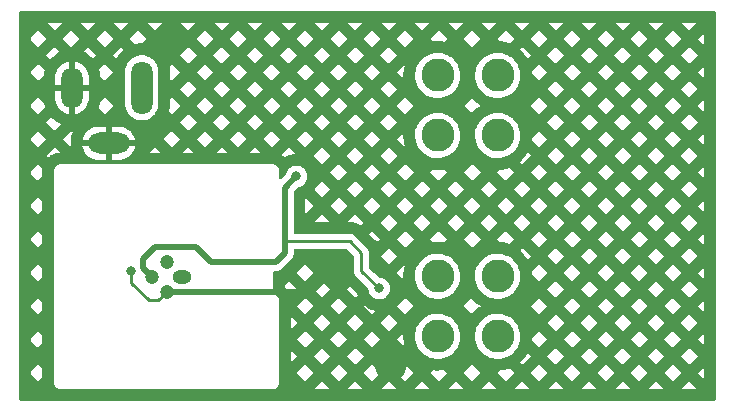
<source format=gbr>
%TF.GenerationSoftware,KiCad,Pcbnew,6.0.0-d3dd2cf0fa~116~ubuntu21.10.1*%
%TF.CreationDate,2022-02-03T21:45:13+00:00*%
%TF.ProjectId,pcb-adr1399-vref,7063622d-6164-4723-9133-39392d767265,rev?*%
%TF.SameCoordinates,Original*%
%TF.FileFunction,Copper,L2,Bot*%
%TF.FilePolarity,Positive*%
%FSLAX46Y46*%
G04 Gerber Fmt 4.6, Leading zero omitted, Abs format (unit mm)*
G04 Created by KiCad (PCBNEW 6.0.0-d3dd2cf0fa~116~ubuntu21.10.1) date 2022-02-03 21:45:13*
%MOMM*%
%LPD*%
G01*
G04 APERTURE LIST*
G04 Aperture macros list*
%AMRoundRect*
0 Rectangle with rounded corners*
0 $1 Rounding radius*
0 $2 $3 $4 $5 $6 $7 $8 $9 X,Y pos of 4 corners*
0 Add a 4 corners polygon primitive as box body*
4,1,4,$2,$3,$4,$5,$6,$7,$8,$9,$2,$3,0*
0 Add four circle primitives for the rounded corners*
1,1,$1+$1,$2,$3*
1,1,$1+$1,$4,$5*
1,1,$1+$1,$6,$7*
1,1,$1+$1,$8,$9*
0 Add four rect primitives between the rounded corners*
20,1,$1+$1,$2,$3,$4,$5,0*
20,1,$1+$1,$4,$5,$6,$7,0*
20,1,$1+$1,$6,$7,$8,$9,0*
20,1,$1+$1,$8,$9,$2,$3,0*%
G04 Aperture macros list end*
%TA.AperFunction,ComponentPad*%
%ADD10RoundRect,0.900000X0.000000X-1.350000X0.000000X-1.350000X0.000000X1.350000X0.000000X1.350000X0*%
%TD*%
%TA.AperFunction,ComponentPad*%
%ADD11RoundRect,0.900000X0.000000X-0.850000X0.000000X-0.850000X0.000000X0.850000X0.000000X0.850000X0*%
%TD*%
%TA.AperFunction,ComponentPad*%
%ADD12RoundRect,0.900000X-0.850000X0.000000X0.850000X0.000000X0.850000X0.000000X-0.850000X0.000000X0*%
%TD*%
%TA.AperFunction,ComponentPad*%
%ADD13C,2.800000*%
%TD*%
%TA.AperFunction,ComponentPad*%
%ADD14O,1.600000X1.200000*%
%TD*%
%TA.AperFunction,ComponentPad*%
%ADD15C,1.200000*%
%TD*%
%TA.AperFunction,ViaPad*%
%ADD16C,0.800000*%
%TD*%
%TA.AperFunction,Conductor*%
%ADD17C,0.500000*%
%TD*%
%TA.AperFunction,Conductor*%
%ADD18C,0.250000*%
%TD*%
G04 APERTURE END LIST*
D10*
%TO.P,J1,1*%
%TO.N,VDD*%
X85900000Y-94500000D03*
D11*
%TO.P,J1,2*%
%TO.N,GND*%
X80000000Y-94500000D03*
D12*
%TO.P,J1,3*%
X83100000Y-99200000D03*
%TD*%
D13*
%TO.P,J3,1*%
%TO.N,GNDS*%
X110960000Y-93460000D03*
%TO.P,J3,2*%
X116040000Y-93460000D03*
%TO.P,J3,3*%
X116040000Y-98540000D03*
%TO.P,J3,4*%
X110960000Y-98540000D03*
%TD*%
%TO.P,J2,1*%
%TO.N,/VOUT*%
X110960000Y-110460000D03*
%TO.P,J2,2*%
X116040000Y-110460000D03*
%TO.P,J2,3*%
X116040000Y-115540000D03*
%TO.P,J2,4*%
X110960000Y-115540000D03*
%TD*%
D14*
%TO.P,U1,1*%
%TO.N,/ZS+*%
X89270000Y-110500000D03*
D15*
%TO.P,U1,2*%
%TO.N,/ZS-*%
X88000000Y-109230000D03*
%TO.P,U1,3*%
%TO.N,VDD*%
X86730000Y-110500000D03*
%TO.P,U1,4*%
%TO.N,GND*%
X88000000Y-111770000D03*
%TD*%
D16*
%TO.N,VDD*%
X106000000Y-111500000D03*
X99000000Y-102000000D03*
%TO.N,GND*%
X88500000Y-90500000D03*
X107000000Y-118000000D03*
X102500000Y-109500000D03*
X85000000Y-110000000D03*
%TD*%
D17*
%TO.N,VDD*%
X86730000Y-110500000D02*
X86000000Y-109770000D01*
D18*
X106000000Y-111500000D02*
X104500000Y-110000000D01*
D17*
X91750000Y-109250000D02*
X97250000Y-109250000D01*
D18*
X103500000Y-107500000D02*
X98000000Y-107500000D01*
D17*
X98000000Y-108500000D02*
X98000000Y-107500000D01*
D18*
X104500000Y-108500000D02*
X103500000Y-107500000D01*
D17*
X86000000Y-109000000D02*
X87000000Y-108000000D01*
X87000000Y-108000000D02*
X90500000Y-108000000D01*
X98000000Y-107500000D02*
X98000000Y-103000000D01*
X90500000Y-108000000D02*
X91750000Y-109250000D01*
D18*
X104500000Y-110000000D02*
X104500000Y-108500000D01*
D17*
X86000000Y-109770000D02*
X86000000Y-109000000D01*
X97250000Y-109250000D02*
X98000000Y-108500000D01*
X98000000Y-103000000D02*
X99000000Y-102000000D01*
%TO.N,GND*%
X100230000Y-111770000D02*
X102500000Y-109500000D01*
D18*
X86500000Y-112500000D02*
X87270000Y-112500000D01*
D17*
X88000000Y-111770000D02*
X100230000Y-111770000D01*
D18*
X85000000Y-110000000D02*
X85000000Y-111000000D01*
X87270000Y-112500000D02*
X88000000Y-111770000D01*
X85000000Y-111000000D02*
X86500000Y-112500000D01*
%TD*%
%TA.AperFunction,Conductor*%
%TO.N,GND*%
G36*
X134434121Y-88020002D02*
G01*
X134480614Y-88073658D01*
X134492000Y-88126000D01*
X134492000Y-120874000D01*
X134471998Y-120942121D01*
X134418342Y-120988614D01*
X134366000Y-121000000D01*
X75634000Y-121000000D01*
X75565879Y-120979998D01*
X75519386Y-120926342D01*
X75508000Y-120874000D01*
X75508000Y-119569652D01*
X78491524Y-119569652D01*
X78493990Y-119578281D01*
X78493991Y-119578286D01*
X78499639Y-119598048D01*
X78503217Y-119614809D01*
X78506130Y-119635152D01*
X78506133Y-119635162D01*
X78507405Y-119644045D01*
X78518021Y-119667395D01*
X78524464Y-119684907D01*
X78531512Y-119709565D01*
X78547274Y-119734548D01*
X78555404Y-119749614D01*
X78567633Y-119776510D01*
X78584374Y-119795939D01*
X78595479Y-119810947D01*
X78609160Y-119832631D01*
X78615888Y-119838573D01*
X78631296Y-119852181D01*
X78643340Y-119864373D01*
X78662619Y-119886747D01*
X78670147Y-119891626D01*
X78670150Y-119891629D01*
X78684139Y-119900696D01*
X78699013Y-119911986D01*
X78718228Y-119928956D01*
X78726354Y-119932771D01*
X78726355Y-119932772D01*
X78732021Y-119935432D01*
X78744966Y-119941510D01*
X78759935Y-119949824D01*
X78784727Y-119965893D01*
X78801650Y-119970954D01*
X78809290Y-119973239D01*
X78826736Y-119979901D01*
X78849948Y-119990799D01*
X78879130Y-119995343D01*
X78895849Y-119999126D01*
X78915536Y-120005014D01*
X78915539Y-120005015D01*
X78924141Y-120007587D01*
X78933116Y-120007642D01*
X78933117Y-120007642D01*
X78939810Y-120007683D01*
X78958556Y-120007797D01*
X78959328Y-120007830D01*
X78960423Y-120008000D01*
X78991298Y-120008000D01*
X78992068Y-120008002D01*
X79065716Y-120008452D01*
X79065717Y-120008452D01*
X79069652Y-120008476D01*
X79070996Y-120008092D01*
X79072341Y-120008000D01*
X96991298Y-120008000D01*
X96992069Y-120008002D01*
X97069652Y-120008476D01*
X97078281Y-120006010D01*
X97078286Y-120006009D01*
X97092313Y-120002000D01*
X100504732Y-120002000D01*
X101813078Y-120002000D01*
X103333159Y-120002000D01*
X104641505Y-120002000D01*
X106161586Y-120002000D01*
X107469932Y-120002000D01*
X108990013Y-120002000D01*
X110298359Y-120002000D01*
X111818440Y-120002000D01*
X113126786Y-120002000D01*
X114646867Y-120002000D01*
X115955213Y-120002000D01*
X117475296Y-120002000D01*
X118783640Y-120002000D01*
X120303722Y-120002000D01*
X121612066Y-120002000D01*
X123132149Y-120002000D01*
X124440495Y-120002000D01*
X125960576Y-120002000D01*
X127268922Y-120002000D01*
X128789003Y-120002000D01*
X130097349Y-120002000D01*
X131617430Y-120002000D01*
X132925776Y-120002000D01*
X132271603Y-119347827D01*
X131617430Y-120002000D01*
X130097349Y-120002000D01*
X129443176Y-119347827D01*
X128789003Y-120002000D01*
X127268922Y-120002000D01*
X126614749Y-119347827D01*
X125960576Y-120002000D01*
X124440495Y-120002000D01*
X123786322Y-119347827D01*
X123132149Y-120002000D01*
X121612066Y-120002000D01*
X120957894Y-119347828D01*
X120303722Y-120002000D01*
X118783640Y-120002000D01*
X118129468Y-119347828D01*
X117475296Y-120002000D01*
X115955213Y-120002000D01*
X115301040Y-119347827D01*
X114646867Y-120002000D01*
X113126786Y-120002000D01*
X112472613Y-119347827D01*
X111818440Y-120002000D01*
X110298359Y-120002000D01*
X109644186Y-119347827D01*
X108990013Y-120002000D01*
X107469932Y-120002000D01*
X106815759Y-119347827D01*
X106161586Y-120002000D01*
X104641505Y-120002000D01*
X103987332Y-119347827D01*
X103333159Y-120002000D01*
X101813078Y-120002000D01*
X101158905Y-119347827D01*
X100504732Y-120002000D01*
X97092313Y-120002000D01*
X97098048Y-120000361D01*
X97114809Y-119996783D01*
X97135152Y-119993870D01*
X97135162Y-119993867D01*
X97144045Y-119992595D01*
X97167395Y-119981979D01*
X97184907Y-119975536D01*
X97200937Y-119970954D01*
X97209565Y-119968488D01*
X97234548Y-119952726D01*
X97249614Y-119944596D01*
X97276510Y-119932367D01*
X97295939Y-119915626D01*
X97310947Y-119904521D01*
X97325039Y-119895630D01*
X97332631Y-119890840D01*
X97352182Y-119868703D01*
X97364374Y-119856659D01*
X97379949Y-119843239D01*
X97379950Y-119843237D01*
X97386747Y-119837381D01*
X97391626Y-119829853D01*
X97391629Y-119829850D01*
X97400696Y-119815861D01*
X97411986Y-119800987D01*
X97423012Y-119788502D01*
X97428956Y-119781772D01*
X97441510Y-119755034D01*
X97449824Y-119740065D01*
X97465893Y-119715273D01*
X97473239Y-119690709D01*
X97479901Y-119673264D01*
X97486983Y-119658179D01*
X97490799Y-119650052D01*
X97495343Y-119620870D01*
X97499126Y-119604151D01*
X97505014Y-119584464D01*
X97505015Y-119584461D01*
X97507587Y-119575859D01*
X97507797Y-119541444D01*
X97507830Y-119540672D01*
X97508000Y-119539577D01*
X97508000Y-119508702D01*
X97508002Y-119507932D01*
X97508452Y-119434284D01*
X97508452Y-119434283D01*
X97508476Y-119430348D01*
X97508092Y-119429004D01*
X97508000Y-119427659D01*
X97508000Y-118642136D01*
X99036170Y-118642136D01*
X99744691Y-119350657D01*
X100453212Y-118642136D01*
X101864597Y-118642136D01*
X102573118Y-119350657D01*
X103281639Y-118642136D01*
X104693024Y-118642136D01*
X105401545Y-119350657D01*
X105755770Y-118996432D01*
X107875748Y-118996432D01*
X108229972Y-119350656D01*
X108938493Y-118642136D01*
X110349879Y-118642136D01*
X111058400Y-119350657D01*
X111766921Y-118642136D01*
X113178306Y-118642136D01*
X113886827Y-119350657D01*
X114595348Y-118642136D01*
X116006733Y-118642136D01*
X116715254Y-119350657D01*
X117423775Y-118642136D01*
X118835160Y-118642136D01*
X119543681Y-119350657D01*
X120252202Y-118642136D01*
X121663587Y-118642136D01*
X122372108Y-119350657D01*
X123080629Y-118642136D01*
X124492014Y-118642136D01*
X125200535Y-119350657D01*
X125909056Y-118642136D01*
X127320441Y-118642136D01*
X128028962Y-119350657D01*
X128737483Y-118642136D01*
X130148869Y-118642136D01*
X130857389Y-119350656D01*
X131565910Y-118642136D01*
X132977296Y-118642136D01*
X133494000Y-119158840D01*
X133494000Y-118125432D01*
X132977296Y-118642136D01*
X131565910Y-118642136D01*
X131565911Y-118642135D01*
X130857390Y-117933614D01*
X130148869Y-118642136D01*
X128737483Y-118642136D01*
X128028962Y-117933615D01*
X127320441Y-118642136D01*
X125909056Y-118642136D01*
X125200535Y-117933615D01*
X124492014Y-118642136D01*
X123080629Y-118642136D01*
X122372108Y-117933615D01*
X121663587Y-118642136D01*
X120252202Y-118642136D01*
X119543681Y-117933615D01*
X118835160Y-118642136D01*
X117423775Y-118642136D01*
X117423776Y-118642135D01*
X117050136Y-118268495D01*
X117049369Y-118268768D01*
X117045148Y-118270185D01*
X116787510Y-118351665D01*
X116783241Y-118352933D01*
X116732452Y-118367042D01*
X116728142Y-118368157D01*
X116710836Y-118372312D01*
X116706488Y-118373275D01*
X116654814Y-118383765D01*
X116650435Y-118384574D01*
X116383887Y-118428940D01*
X116379481Y-118429594D01*
X116327200Y-118436407D01*
X116322775Y-118436904D01*
X116305055Y-118438579D01*
X116300617Y-118438919D01*
X116247989Y-118442023D01*
X116243539Y-118442207D01*
X116205772Y-118443097D01*
X116006733Y-118642136D01*
X114595348Y-118642136D01*
X113886827Y-117933615D01*
X113178306Y-118642136D01*
X111766921Y-118642136D01*
X111518074Y-118393289D01*
X111303887Y-118428940D01*
X111299481Y-118429594D01*
X111247200Y-118436407D01*
X111242775Y-118436904D01*
X111225055Y-118438579D01*
X111220617Y-118438919D01*
X111167989Y-118442023D01*
X111163538Y-118442207D01*
X110893398Y-118448573D01*
X110888948Y-118448599D01*
X110836246Y-118447979D01*
X110831795Y-118447848D01*
X110814018Y-118447010D01*
X110809572Y-118446722D01*
X110757017Y-118442378D01*
X110752587Y-118441933D01*
X110571513Y-118420502D01*
X110349879Y-118642136D01*
X108938493Y-118642136D01*
X108938494Y-118642135D01*
X108330296Y-118033937D01*
X108329446Y-118066371D01*
X108328185Y-118081152D01*
X108296539Y-118299415D01*
X108291156Y-118321837D01*
X108220264Y-118530677D01*
X108210885Y-118551741D01*
X108103122Y-118744165D01*
X108090062Y-118763168D01*
X107949037Y-118932732D01*
X107932733Y-118949037D01*
X107875748Y-118996432D01*
X105755770Y-118996432D01*
X105945964Y-118806238D01*
X105853420Y-118675291D01*
X105841891Y-118655321D01*
X105749558Y-118455035D01*
X105741861Y-118433300D01*
X105687607Y-118219676D01*
X105401545Y-117933615D01*
X104693024Y-118642136D01*
X103281639Y-118642136D01*
X102573118Y-117933615D01*
X101864597Y-118642136D01*
X100453212Y-118642136D01*
X99744691Y-117933615D01*
X99036170Y-118642136D01*
X97508000Y-118642136D01*
X97508000Y-116694923D01*
X98506000Y-116694923D01*
X98506000Y-117760921D01*
X99038998Y-117227922D01*
X100450383Y-117227922D01*
X101158905Y-117936444D01*
X101867427Y-117227922D01*
X103278810Y-117227922D01*
X103987332Y-117936444D01*
X104180634Y-117743142D01*
X117936167Y-117743142D01*
X118129468Y-117936443D01*
X118837989Y-117227922D01*
X120249373Y-117227922D01*
X120957894Y-117936443D01*
X121666415Y-117227922D01*
X123077800Y-117227922D01*
X123786322Y-117936444D01*
X124494844Y-117227922D01*
X125906227Y-117227922D01*
X126614749Y-117936444D01*
X127323271Y-117227922D01*
X128734654Y-117227922D01*
X129443176Y-117936444D01*
X130151698Y-117227922D01*
X131563081Y-117227922D01*
X132271603Y-117936444D01*
X132980125Y-117227922D01*
X132271603Y-116519400D01*
X131563081Y-117227922D01*
X130151698Y-117227922D01*
X129443176Y-116519400D01*
X128734654Y-117227922D01*
X127323271Y-117227922D01*
X126614749Y-116519400D01*
X125906227Y-117227922D01*
X124494844Y-117227922D01*
X123786322Y-116519400D01*
X123077800Y-117227922D01*
X121666415Y-117227922D01*
X120957894Y-116519401D01*
X120249373Y-117227922D01*
X118837989Y-117227922D01*
X118575856Y-116965789D01*
X118434439Y-117192542D01*
X118432016Y-117196279D01*
X118402551Y-117240003D01*
X118399997Y-117243651D01*
X118389536Y-117258049D01*
X118386856Y-117261604D01*
X118354385Y-117303127D01*
X118351581Y-117306585D01*
X118177710Y-117513430D01*
X118174787Y-117516786D01*
X118139471Y-117555907D01*
X118136429Y-117559159D01*
X118124043Y-117571941D01*
X118120886Y-117575085D01*
X118082869Y-117611638D01*
X118079605Y-117614668D01*
X117936167Y-117743142D01*
X104180634Y-117743142D01*
X104695854Y-117227922D01*
X103987332Y-116519400D01*
X103278810Y-117227922D01*
X101867427Y-117227922D01*
X101158905Y-116519400D01*
X100450383Y-117227922D01*
X99038998Y-117227922D01*
X98506000Y-116694923D01*
X97508000Y-116694923D01*
X97508000Y-115813708D01*
X99036169Y-115813708D01*
X99744691Y-116522230D01*
X100453213Y-115813708D01*
X101864596Y-115813708D01*
X102573118Y-116522230D01*
X103281640Y-115813708D01*
X104693023Y-115813708D01*
X105401545Y-116522230D01*
X106110067Y-115813708D01*
X107521451Y-115813708D01*
X108221051Y-116513308D01*
X108160422Y-116331579D01*
X108159088Y-116327330D01*
X108144179Y-116276754D01*
X108142995Y-116272460D01*
X108138569Y-116255221D01*
X108137539Y-116250892D01*
X108126242Y-116199405D01*
X108125364Y-116195038D01*
X108076817Y-115929220D01*
X108076095Y-115924826D01*
X108068462Y-115872661D01*
X108067895Y-115868245D01*
X108065942Y-115850555D01*
X108065532Y-115846121D01*
X108061602Y-115793548D01*
X108061348Y-115789102D01*
X108050739Y-115519095D01*
X108050643Y-115514643D01*
X108050507Y-115479912D01*
X109047970Y-115479912D01*
X109048145Y-115484364D01*
X109055176Y-115663299D01*
X109058579Y-115749919D01*
X109059379Y-115754299D01*
X109105638Y-116007587D01*
X109107126Y-116015737D01*
X109192642Y-116272063D01*
X109221798Y-116330413D01*
X109272095Y-116431072D01*
X109313423Y-116513783D01*
X109467057Y-116736073D01*
X109470079Y-116739342D01*
X109594773Y-116874235D01*
X109650479Y-116934498D01*
X109653933Y-116937310D01*
X109856573Y-117102285D01*
X109856577Y-117102288D01*
X109860030Y-117105099D01*
X109863852Y-117107400D01*
X110064039Y-117227922D01*
X110091528Y-117244472D01*
X110188260Y-117285433D01*
X110336251Y-117348100D01*
X110336256Y-117348102D01*
X110340354Y-117349837D01*
X110344651Y-117350976D01*
X110344656Y-117350978D01*
X110529990Y-117400118D01*
X110601544Y-117419090D01*
X110605961Y-117419613D01*
X110605962Y-117419613D01*
X110688445Y-117429375D01*
X110869887Y-117450850D01*
X111140027Y-117444484D01*
X111224269Y-117430462D01*
X111402185Y-117400849D01*
X111402189Y-117400848D01*
X111406575Y-117400118D01*
X111410816Y-117398777D01*
X111410819Y-117398776D01*
X111659967Y-117319981D01*
X111659969Y-117319980D01*
X111664213Y-117318638D01*
X111668224Y-117316712D01*
X111668229Y-117316710D01*
X111903782Y-117203600D01*
X111903789Y-117203596D01*
X111907800Y-117201670D01*
X112056539Y-117102285D01*
X112128767Y-117054024D01*
X112128771Y-117054021D01*
X112132475Y-117051546D01*
X112135792Y-117048575D01*
X112135796Y-117048572D01*
X112330439Y-116874235D01*
X112330440Y-116874234D01*
X112333757Y-116871263D01*
X112507628Y-116664418D01*
X112650621Y-116435138D01*
X112759880Y-116187997D01*
X112833228Y-115927927D01*
X112851784Y-115789776D01*
X112868772Y-115663299D01*
X112868773Y-115663291D01*
X112869199Y-115660117D01*
X112872974Y-115540000D01*
X112868720Y-115479912D01*
X114127970Y-115479912D01*
X114128145Y-115484364D01*
X114135176Y-115663299D01*
X114138579Y-115749919D01*
X114139379Y-115754299D01*
X114185638Y-116007587D01*
X114187126Y-116015737D01*
X114272642Y-116272063D01*
X114301798Y-116330413D01*
X114352095Y-116431072D01*
X114393423Y-116513783D01*
X114547057Y-116736073D01*
X114550079Y-116739342D01*
X114674773Y-116874235D01*
X114730479Y-116934498D01*
X114733933Y-116937310D01*
X114936573Y-117102285D01*
X114936577Y-117102288D01*
X114940030Y-117105099D01*
X114943852Y-117107400D01*
X115144039Y-117227922D01*
X115171528Y-117244472D01*
X115268260Y-117285433D01*
X115416251Y-117348100D01*
X115416256Y-117348102D01*
X115420354Y-117349837D01*
X115424651Y-117350976D01*
X115424656Y-117350978D01*
X115609990Y-117400118D01*
X115681544Y-117419090D01*
X115685961Y-117419613D01*
X115685962Y-117419613D01*
X115768445Y-117429375D01*
X115949887Y-117450850D01*
X116220027Y-117444484D01*
X116304269Y-117430462D01*
X116482185Y-117400849D01*
X116482189Y-117400848D01*
X116486575Y-117400118D01*
X116490816Y-117398777D01*
X116490819Y-117398776D01*
X116739967Y-117319981D01*
X116739969Y-117319980D01*
X116744213Y-117318638D01*
X116748224Y-117316712D01*
X116748229Y-117316710D01*
X116983782Y-117203600D01*
X116983789Y-117203596D01*
X116987800Y-117201670D01*
X117136539Y-117102285D01*
X117208767Y-117054024D01*
X117208771Y-117054021D01*
X117212475Y-117051546D01*
X117215792Y-117048575D01*
X117215796Y-117048572D01*
X117410439Y-116874235D01*
X117410440Y-116874234D01*
X117413757Y-116871263D01*
X117587628Y-116664418D01*
X117730621Y-116435138D01*
X117839880Y-116187997D01*
X117913228Y-115927927D01*
X117916684Y-115902197D01*
X118923648Y-115902197D01*
X119543681Y-116522230D01*
X120252203Y-115813708D01*
X121663586Y-115813708D01*
X122372108Y-116522230D01*
X123080630Y-115813708D01*
X124492013Y-115813708D01*
X125200535Y-116522230D01*
X125909057Y-115813708D01*
X127320440Y-115813708D01*
X128028962Y-116522230D01*
X128737484Y-115813708D01*
X130148868Y-115813708D01*
X130857389Y-116522229D01*
X131565910Y-115813708D01*
X132977295Y-115813708D01*
X133494000Y-116330413D01*
X133494000Y-115297003D01*
X132977295Y-115813708D01*
X131565910Y-115813708D01*
X130857389Y-115105187D01*
X130148868Y-115813708D01*
X128737484Y-115813708D01*
X128028962Y-115105186D01*
X127320440Y-115813708D01*
X125909057Y-115813708D01*
X125200535Y-115105186D01*
X124492013Y-115813708D01*
X123080630Y-115813708D01*
X122372108Y-115105186D01*
X121663586Y-115813708D01*
X120252203Y-115813708D01*
X119543681Y-115105186D01*
X118946104Y-115702763D01*
X118944399Y-115732682D01*
X118944175Y-115735890D01*
X118943116Y-115748705D01*
X118942810Y-115751907D01*
X118938705Y-115789776D01*
X118938318Y-115792970D01*
X118923648Y-115902197D01*
X117916684Y-115902197D01*
X117931784Y-115789776D01*
X117948772Y-115663299D01*
X117948773Y-115663291D01*
X117949199Y-115660117D01*
X117952974Y-115540000D01*
X117933890Y-115270460D01*
X117877017Y-115006297D01*
X117783491Y-114752784D01*
X117752076Y-114694561D01*
X117657290Y-114518893D01*
X117655177Y-114514977D01*
X117569881Y-114399495D01*
X120249373Y-114399495D01*
X120957894Y-115108016D01*
X121666415Y-114399495D01*
X123077800Y-114399495D01*
X123786322Y-115108017D01*
X124494844Y-114399495D01*
X125906227Y-114399495D01*
X126614749Y-115108017D01*
X127323271Y-114399495D01*
X128734654Y-114399495D01*
X129443176Y-115108017D01*
X130151698Y-114399495D01*
X131563081Y-114399495D01*
X132271603Y-115108017D01*
X132980125Y-114399495D01*
X132271603Y-113690973D01*
X131563081Y-114399495D01*
X130151698Y-114399495D01*
X129443176Y-113690973D01*
X128734654Y-114399495D01*
X127323271Y-114399495D01*
X126614749Y-113690973D01*
X125906227Y-114399495D01*
X124494844Y-114399495D01*
X123786322Y-113690973D01*
X123077800Y-114399495D01*
X121666415Y-114399495D01*
X120957894Y-113690974D01*
X120249373Y-114399495D01*
X117569881Y-114399495D01*
X117494637Y-114297623D01*
X117447238Y-114249473D01*
X117308203Y-114108238D01*
X117305072Y-114105057D01*
X117301533Y-114102356D01*
X117301526Y-114102350D01*
X117093806Y-113943824D01*
X117090266Y-113941122D01*
X117029105Y-113906870D01*
X116858391Y-113811265D01*
X116858388Y-113811264D01*
X116854505Y-113809089D01*
X116602491Y-113711593D01*
X116598166Y-113710590D01*
X116598161Y-113710589D01*
X116453429Y-113677042D01*
X116339255Y-113650578D01*
X116070048Y-113627262D01*
X116065613Y-113627506D01*
X116065609Y-113627506D01*
X115956153Y-113633530D01*
X115800241Y-113642110D01*
X115795878Y-113642978D01*
X115795877Y-113642978D01*
X115672920Y-113667436D01*
X115535218Y-113694827D01*
X115416669Y-113736458D01*
X115284473Y-113782881D01*
X115284465Y-113782884D01*
X115280266Y-113784359D01*
X115040474Y-113908922D01*
X114991633Y-113943824D01*
X114824245Y-114063440D01*
X114824241Y-114063443D01*
X114820624Y-114066028D01*
X114625105Y-114252545D01*
X114457816Y-114464749D01*
X114322097Y-114698408D01*
X114320427Y-114702531D01*
X114227283Y-114932494D01*
X114220654Y-114948859D01*
X114219583Y-114953172D01*
X114219581Y-114953177D01*
X114181118Y-115108017D01*
X114155511Y-115211104D01*
X114155057Y-115215532D01*
X114155057Y-115215534D01*
X114149430Y-115270460D01*
X114127970Y-115479912D01*
X112868720Y-115479912D01*
X112853890Y-115270460D01*
X112797017Y-115006297D01*
X112703491Y-114752784D01*
X112672076Y-114694561D01*
X112577290Y-114518893D01*
X112575177Y-114514977D01*
X112414637Y-114297623D01*
X112367238Y-114249473D01*
X112228203Y-114108238D01*
X112225072Y-114105057D01*
X112221533Y-114102356D01*
X112221526Y-114102350D01*
X112013806Y-113943824D01*
X112010266Y-113941122D01*
X111949105Y-113906870D01*
X111778391Y-113811265D01*
X111778388Y-113811264D01*
X111774505Y-113809089D01*
X111522491Y-113711593D01*
X111518166Y-113710590D01*
X111518161Y-113710589D01*
X111373429Y-113677042D01*
X111259255Y-113650578D01*
X110990048Y-113627262D01*
X110985613Y-113627506D01*
X110985609Y-113627506D01*
X110876153Y-113633530D01*
X110720241Y-113642110D01*
X110715878Y-113642978D01*
X110715877Y-113642978D01*
X110592920Y-113667436D01*
X110455218Y-113694827D01*
X110336669Y-113736458D01*
X110204473Y-113782881D01*
X110204465Y-113782884D01*
X110200266Y-113784359D01*
X109960474Y-113908922D01*
X109911633Y-113943824D01*
X109744245Y-114063440D01*
X109744241Y-114063443D01*
X109740624Y-114066028D01*
X109545105Y-114252545D01*
X109377816Y-114464749D01*
X109242097Y-114698408D01*
X109240427Y-114702531D01*
X109147283Y-114932494D01*
X109140654Y-114948859D01*
X109139583Y-114953172D01*
X109139581Y-114953177D01*
X109101118Y-115108017D01*
X109075511Y-115211104D01*
X109075057Y-115215532D01*
X109075057Y-115215534D01*
X109069430Y-115270460D01*
X109047970Y-115479912D01*
X108050507Y-115479912D01*
X108050436Y-115461923D01*
X108050497Y-115457471D01*
X108051056Y-115439682D01*
X108051275Y-115435233D01*
X108054792Y-115382630D01*
X108055167Y-115378194D01*
X108066377Y-115268782D01*
X107521451Y-115813708D01*
X106110067Y-115813708D01*
X105401545Y-115105186D01*
X104693023Y-115813708D01*
X103281640Y-115813708D01*
X102573118Y-115105186D01*
X101864596Y-115813708D01*
X100453213Y-115813708D01*
X99744691Y-115105186D01*
X99036169Y-115813708D01*
X97508000Y-115813708D01*
X97508000Y-113866496D01*
X98506000Y-113866496D01*
X98506000Y-114932494D01*
X99038998Y-114399495D01*
X100450383Y-114399495D01*
X101158905Y-115108017D01*
X101867427Y-114399495D01*
X103278810Y-114399495D01*
X103987332Y-115108017D01*
X104695854Y-114399495D01*
X106107237Y-114399495D01*
X106815759Y-115108017D01*
X107524281Y-114399495D01*
X106815759Y-113690973D01*
X106107237Y-114399495D01*
X104695854Y-114399495D01*
X103987332Y-113690973D01*
X103278810Y-114399495D01*
X101867427Y-114399495D01*
X101158905Y-113690973D01*
X100450383Y-114399495D01*
X99038998Y-114399495D01*
X98506000Y-113866496D01*
X97508000Y-113866496D01*
X97508000Y-112985281D01*
X99036169Y-112985281D01*
X99744691Y-113693803D01*
X100453213Y-112985281D01*
X101864596Y-112985281D01*
X102573118Y-113693803D01*
X103281640Y-112985281D01*
X104693023Y-112985281D01*
X105401545Y-113693803D01*
X105708992Y-113386356D01*
X105703546Y-113385494D01*
X105697060Y-113384292D01*
X105510341Y-113344604D01*
X105503927Y-113343064D01*
X105428498Y-113322853D01*
X105422172Y-113320979D01*
X105397120Y-113312839D01*
X105390902Y-113310637D01*
X105318007Y-113282655D01*
X105311913Y-113280131D01*
X105137526Y-113202489D01*
X105131571Y-113199648D01*
X105061986Y-113164192D01*
X105056188Y-113161044D01*
X105033376Y-113147873D01*
X105027753Y-113144427D01*
X104962273Y-113101903D01*
X104956837Y-113098167D01*
X104802404Y-112985964D01*
X104801514Y-112985281D01*
X107521451Y-112985281D01*
X108229972Y-113693802D01*
X108938493Y-112985281D01*
X113178305Y-112985281D01*
X113835343Y-113642319D01*
X113841361Y-113634686D01*
X113844178Y-113631239D01*
X113878252Y-113591025D01*
X113881189Y-113587681D01*
X113893167Y-113574517D01*
X113896222Y-113571276D01*
X113933064Y-113533555D01*
X113936232Y-113530424D01*
X114131751Y-113343907D01*
X114135027Y-113340891D01*
X114174443Y-113305865D01*
X114177824Y-113302966D01*
X114191538Y-113291621D01*
X114195019Y-113288843D01*
X114236800Y-113256697D01*
X114240376Y-113254045D01*
X114460226Y-113096939D01*
X114463895Y-113094414D01*
X114507851Y-113065293D01*
X114511606Y-113062900D01*
X114526781Y-113053601D01*
X114527384Y-113053246D01*
X114595349Y-112985281D01*
X118835159Y-112985281D01*
X119543681Y-113693803D01*
X120252203Y-112985281D01*
X121663586Y-112985281D01*
X122372108Y-113693803D01*
X123080630Y-112985281D01*
X124492013Y-112985281D01*
X125200535Y-113693803D01*
X125909057Y-112985281D01*
X127320440Y-112985281D01*
X128028962Y-113693803D01*
X128737484Y-112985281D01*
X130148868Y-112985281D01*
X130857389Y-113693802D01*
X131565910Y-112985281D01*
X132977295Y-112985281D01*
X133494000Y-113501986D01*
X133494000Y-112468576D01*
X132977295Y-112985281D01*
X131565910Y-112985281D01*
X130857389Y-112276760D01*
X130148868Y-112985281D01*
X128737484Y-112985281D01*
X128028962Y-112276759D01*
X127320440Y-112985281D01*
X125909057Y-112985281D01*
X125200535Y-112276759D01*
X124492013Y-112985281D01*
X123080630Y-112985281D01*
X122372108Y-112276759D01*
X121663586Y-112985281D01*
X120252203Y-112985281D01*
X119543681Y-112276759D01*
X118835159Y-112985281D01*
X114595349Y-112985281D01*
X114588346Y-112978278D01*
X114425276Y-112880102D01*
X114421504Y-112877740D01*
X114377344Y-112848981D01*
X114373657Y-112846486D01*
X114359096Y-112836253D01*
X114355498Y-112833628D01*
X114313445Y-112801796D01*
X114309941Y-112799045D01*
X114100390Y-112628444D01*
X114096988Y-112625573D01*
X114057312Y-112590871D01*
X114054012Y-112587880D01*
X114041037Y-112575696D01*
X114037844Y-112572590D01*
X114000704Y-112535157D01*
X113997624Y-112531941D01*
X113821824Y-112341762D01*
X113178305Y-112985281D01*
X108938493Y-112985281D01*
X108229972Y-112276760D01*
X107521451Y-112985281D01*
X104801514Y-112985281D01*
X104797171Y-112981949D01*
X104741465Y-112936839D01*
X104693023Y-112985281D01*
X103281640Y-112985281D01*
X102573118Y-112276759D01*
X101864596Y-112985281D01*
X100453213Y-112985281D01*
X99744691Y-112276759D01*
X99036169Y-112985281D01*
X97508000Y-112985281D01*
X97508000Y-112508702D01*
X97508002Y-112507932D01*
X97508421Y-112439322D01*
X97508476Y-112430348D01*
X97506010Y-112421719D01*
X97506009Y-112421714D01*
X97500361Y-112401952D01*
X97496783Y-112385191D01*
X97493870Y-112364848D01*
X97493867Y-112364838D01*
X97492595Y-112355955D01*
X97481979Y-112332605D01*
X97475536Y-112315093D01*
X97470954Y-112299063D01*
X97468488Y-112290435D01*
X97452726Y-112265452D01*
X97444596Y-112250386D01*
X97432367Y-112223490D01*
X97415626Y-112204061D01*
X97404521Y-112189053D01*
X97400353Y-112182446D01*
X97390840Y-112167369D01*
X97368703Y-112147818D01*
X97356659Y-112135626D01*
X97343239Y-112120051D01*
X97343237Y-112120050D01*
X97337381Y-112113253D01*
X97329853Y-112108374D01*
X97329850Y-112108371D01*
X97315861Y-112099304D01*
X97300987Y-112088014D01*
X97288502Y-112076988D01*
X97281772Y-112071044D01*
X97273646Y-112067229D01*
X97273645Y-112067228D01*
X97267979Y-112064568D01*
X97255034Y-112058490D01*
X97240065Y-112050176D01*
X97215273Y-112034107D01*
X97190709Y-112026761D01*
X97173264Y-112020099D01*
X97150052Y-112009201D01*
X97120870Y-112004657D01*
X97104148Y-112000873D01*
X97101115Y-111999966D01*
X97089891Y-111996609D01*
X97030360Y-111957924D01*
X97001193Y-111893195D01*
X97000000Y-111875894D01*
X97000000Y-111366862D01*
X97998000Y-111366862D01*
X98006070Y-111373902D01*
X98012608Y-111380028D01*
X98054842Y-111422521D01*
X98057986Y-111425503D01*
X98072626Y-111440414D01*
X98087342Y-111455220D01*
X98090299Y-111458415D01*
X98132263Y-111501155D01*
X98138309Y-111507767D01*
X98161464Y-111534974D01*
X98167025Y-111542000D01*
X98211971Y-111603132D01*
X98257336Y-111664047D01*
X98262429Y-111671419D01*
X98281677Y-111701515D01*
X98286234Y-111709232D01*
X98314853Y-111761888D01*
X98317036Y-111765636D01*
X98326924Y-111784097D01*
X98336872Y-111802399D01*
X98338790Y-111806248D01*
X98367090Y-111859082D01*
X98371036Y-111867125D01*
X98385622Y-111899731D01*
X98388988Y-111908035D01*
X98415029Y-111979482D01*
X98441422Y-112050545D01*
X98444241Y-112059047D01*
X98454268Y-112093334D01*
X98456475Y-112102017D01*
X98465660Y-112144406D01*
X99038998Y-111571068D01*
X100450383Y-111571068D01*
X101158905Y-112279590D01*
X101867426Y-111571069D01*
X103278811Y-111571069D01*
X103987332Y-112279590D01*
X104184914Y-112082008D01*
X104157698Y-111998249D01*
X104155825Y-111991924D01*
X104145072Y-111951795D01*
X103521578Y-111328301D01*
X103278811Y-111571069D01*
X101867426Y-111571069D01*
X101867427Y-111571068D01*
X101158905Y-110862546D01*
X100450383Y-111571068D01*
X99038998Y-111571068D01*
X98330477Y-110862547D01*
X97998000Y-111195024D01*
X97998000Y-111366862D01*
X97000000Y-111366862D01*
X97000000Y-110156854D01*
X99036169Y-110156854D01*
X99744691Y-110865376D01*
X100453213Y-110156854D01*
X99744691Y-109448332D01*
X99036169Y-110156854D01*
X97000000Y-110156854D01*
X97000000Y-110134100D01*
X97020002Y-110065979D01*
X97073658Y-110019486D01*
X97126000Y-110008100D01*
X97182964Y-110008100D01*
X97201914Y-110009533D01*
X97216129Y-110011696D01*
X97216133Y-110011696D01*
X97223363Y-110012796D01*
X97230655Y-110012203D01*
X97230658Y-110012203D01*
X97275997Y-110008515D01*
X97286212Y-110008100D01*
X97294266Y-110008100D01*
X97322491Y-110004809D01*
X97326823Y-110004381D01*
X97399558Y-109998465D01*
X97406520Y-109996210D01*
X97412395Y-109995036D01*
X97418313Y-109993637D01*
X97425588Y-109992789D01*
X97432468Y-109990292D01*
X97432471Y-109990291D01*
X97492922Y-109968348D01*
X97494178Y-109967892D01*
X97498324Y-109966469D01*
X97560769Y-109946240D01*
X97560774Y-109946238D01*
X97567731Y-109943984D01*
X97573985Y-109940189D01*
X97579474Y-109937676D01*
X97584876Y-109934971D01*
X97591757Y-109932473D01*
X97652768Y-109892473D01*
X97656477Y-109890132D01*
X97714067Y-109855186D01*
X97714071Y-109855183D01*
X97718860Y-109852277D01*
X97727236Y-109844879D01*
X97727259Y-109844905D01*
X97730251Y-109842253D01*
X97733471Y-109839561D01*
X97739593Y-109835547D01*
X97792829Y-109779350D01*
X97795206Y-109776909D01*
X98488651Y-109083464D01*
X98503064Y-109071077D01*
X98514644Y-109062555D01*
X98520543Y-109058214D01*
X98554742Y-109017959D01*
X98561672Y-109010443D01*
X98567358Y-109004757D01*
X98569636Y-109001878D01*
X98584974Y-108982492D01*
X98587761Y-108979092D01*
X98634998Y-108923491D01*
X98638326Y-108916974D01*
X98641646Y-108911996D01*
X98644844Y-108906818D01*
X98649390Y-108901072D01*
X98680284Y-108834972D01*
X98682193Y-108831065D01*
X98715391Y-108766051D01*
X98717132Y-108758937D01*
X98719240Y-108753267D01*
X98721140Y-108747555D01*
X98724240Y-108740923D01*
X98739099Y-108669485D01*
X98740070Y-108665196D01*
X98756073Y-108599795D01*
X98757408Y-108594340D01*
X98758100Y-108583186D01*
X98758136Y-108583188D01*
X98758375Y-108579201D01*
X98758748Y-108575016D01*
X98760239Y-108567850D01*
X98758146Y-108490506D01*
X98758100Y-108487098D01*
X98758100Y-108259100D01*
X98778102Y-108190979D01*
X98831758Y-108144486D01*
X98884100Y-108133100D01*
X103185571Y-108133100D01*
X103253692Y-108153102D01*
X103274666Y-108170005D01*
X103829995Y-108725334D01*
X103864021Y-108787646D01*
X103866900Y-108814429D01*
X103866900Y-109921291D01*
X103866374Y-109932460D01*
X103864700Y-109939947D01*
X103864949Y-109947872D01*
X103864949Y-109947873D01*
X103866838Y-110007985D01*
X103866900Y-110011942D01*
X103866900Y-110039833D01*
X103867396Y-110043756D01*
X103867403Y-110043813D01*
X103868336Y-110055660D01*
X103869724Y-110099826D01*
X103871936Y-110107439D01*
X103871937Y-110107446D01*
X103875371Y-110119267D01*
X103879380Y-110138623D01*
X103881916Y-110158697D01*
X103884833Y-110166063D01*
X103884834Y-110166069D01*
X103898180Y-110199775D01*
X103902026Y-110211008D01*
X103912139Y-110245819D01*
X103912142Y-110245825D01*
X103914352Y-110253433D01*
X103918387Y-110260256D01*
X103918388Y-110260258D01*
X103924652Y-110270850D01*
X103933349Y-110288602D01*
X103940801Y-110307422D01*
X103945459Y-110313833D01*
X103945460Y-110313835D01*
X103966765Y-110343158D01*
X103973283Y-110353081D01*
X103995777Y-110391116D01*
X104010086Y-110405425D01*
X104022927Y-110420459D01*
X104034822Y-110436831D01*
X104066723Y-110463222D01*
X104068865Y-110464994D01*
X104077644Y-110472983D01*
X105053261Y-111448600D01*
X105087287Y-111510912D01*
X105089475Y-111524518D01*
X105106851Y-111689845D01*
X105137476Y-111784097D01*
X105159289Y-111851229D01*
X105165840Y-111871392D01*
X105261285Y-112036708D01*
X105265703Y-112041615D01*
X105265704Y-112041616D01*
X105377890Y-112166210D01*
X105389016Y-112178567D01*
X105394355Y-112182446D01*
X105532547Y-112282849D01*
X105543449Y-112290770D01*
X105549477Y-112293454D01*
X105549479Y-112293455D01*
X105709249Y-112364589D01*
X105717836Y-112368412D01*
X105796776Y-112385191D01*
X105898098Y-112406728D01*
X105898102Y-112406728D01*
X105904555Y-112408100D01*
X106095445Y-112408100D01*
X106101898Y-112406728D01*
X106101902Y-112406728D01*
X106203224Y-112385191D01*
X106282164Y-112368412D01*
X106290751Y-112364589D01*
X106450521Y-112293455D01*
X106450523Y-112293454D01*
X106456551Y-112290770D01*
X106467454Y-112282849D01*
X106605645Y-112182446D01*
X106610984Y-112178567D01*
X106622111Y-112166210D01*
X106734296Y-112041616D01*
X106734297Y-112041615D01*
X106738715Y-112036708D01*
X106834160Y-111871392D01*
X106840712Y-111851229D01*
X106862524Y-111784097D01*
X106893149Y-111689845D01*
X106895861Y-111664047D01*
X106912412Y-111506565D01*
X106913102Y-111500000D01*
X106907700Y-111448600D01*
X106893840Y-111316725D01*
X106893839Y-111316721D01*
X106893149Y-111310155D01*
X106834160Y-111128608D01*
X106738715Y-110963292D01*
X106713904Y-110935737D01*
X106615399Y-110826336D01*
X106615397Y-110826335D01*
X106610984Y-110821433D01*
X106456551Y-110709230D01*
X106450523Y-110706546D01*
X106450521Y-110706545D01*
X106288195Y-110634273D01*
X106288194Y-110634273D01*
X106282164Y-110631588D01*
X106188804Y-110611744D01*
X106101902Y-110593272D01*
X106101898Y-110593272D01*
X106095445Y-110591900D01*
X106039430Y-110591900D01*
X105971309Y-110571898D01*
X105950335Y-110554996D01*
X105552192Y-110156854D01*
X107521451Y-110156854D01*
X108060843Y-110696246D01*
X108050739Y-110439095D01*
X108050643Y-110434643D01*
X108050507Y-110399912D01*
X109047970Y-110399912D01*
X109048145Y-110404364D01*
X109055514Y-110591900D01*
X109058579Y-110669919D01*
X109107126Y-110935737D01*
X109192642Y-111192063D01*
X109194635Y-111196051D01*
X109309286Y-111425503D01*
X109313423Y-111433783D01*
X109467057Y-111656073D01*
X109509063Y-111701515D01*
X109594773Y-111794235D01*
X109650479Y-111854498D01*
X109653933Y-111857310D01*
X109856573Y-112022285D01*
X109856577Y-112022288D01*
X109860030Y-112025099D01*
X109863852Y-112027400D01*
X109964532Y-112088014D01*
X110091528Y-112164472D01*
X110133975Y-112182446D01*
X110336251Y-112268100D01*
X110336256Y-112268102D01*
X110340354Y-112269837D01*
X110344651Y-112270976D01*
X110344656Y-112270978D01*
X110529990Y-112320118D01*
X110601544Y-112339090D01*
X110605961Y-112339613D01*
X110605962Y-112339613D01*
X110675009Y-112347785D01*
X110869887Y-112370850D01*
X111140027Y-112364484D01*
X111224269Y-112350462D01*
X111402185Y-112320849D01*
X111402189Y-112320848D01*
X111406575Y-112320118D01*
X111410816Y-112318777D01*
X111410819Y-112318776D01*
X111659967Y-112239981D01*
X111659969Y-112239980D01*
X111664213Y-112238638D01*
X111668224Y-112236712D01*
X111668229Y-112236710D01*
X111903782Y-112123600D01*
X111903789Y-112123596D01*
X111907800Y-112121670D01*
X112034954Y-112036708D01*
X112128767Y-111974024D01*
X112128771Y-111974021D01*
X112132475Y-111971546D01*
X112135792Y-111968575D01*
X112135796Y-111968572D01*
X112330439Y-111794235D01*
X112330440Y-111794234D01*
X112333757Y-111791263D01*
X112507628Y-111584418D01*
X112515954Y-111571069D01*
X112635098Y-111380028D01*
X112650621Y-111355138D01*
X112662486Y-111328301D01*
X112758082Y-111112064D01*
X112759880Y-111107997D01*
X112833228Y-110847927D01*
X112856549Y-110674299D01*
X112868772Y-110583299D01*
X112868773Y-110583291D01*
X112869199Y-110580117D01*
X112869457Y-110571898D01*
X112872873Y-110463222D01*
X112872873Y-110463217D01*
X112872974Y-110460000D01*
X112870880Y-110430417D01*
X112868720Y-110399912D01*
X114127970Y-110399912D01*
X114128145Y-110404364D01*
X114135514Y-110591900D01*
X114138579Y-110669919D01*
X114187126Y-110935737D01*
X114272642Y-111192063D01*
X114274635Y-111196051D01*
X114389286Y-111425503D01*
X114393423Y-111433783D01*
X114547057Y-111656073D01*
X114589063Y-111701515D01*
X114674773Y-111794235D01*
X114730479Y-111854498D01*
X114733933Y-111857310D01*
X114936573Y-112022285D01*
X114936577Y-112022288D01*
X114940030Y-112025099D01*
X114943852Y-112027400D01*
X115044532Y-112088014D01*
X115171528Y-112164472D01*
X115213975Y-112182446D01*
X115416251Y-112268100D01*
X115416256Y-112268102D01*
X115420354Y-112269837D01*
X115424651Y-112270976D01*
X115424656Y-112270978D01*
X115609990Y-112320118D01*
X115681544Y-112339090D01*
X115685961Y-112339613D01*
X115685962Y-112339613D01*
X115755009Y-112347785D01*
X115949887Y-112370850D01*
X116220027Y-112364484D01*
X116304269Y-112350462D01*
X116482185Y-112320849D01*
X116482189Y-112320848D01*
X116486575Y-112320118D01*
X116490816Y-112318777D01*
X116490819Y-112318776D01*
X116739967Y-112239981D01*
X116739969Y-112239980D01*
X116744213Y-112238638D01*
X116748224Y-112236712D01*
X116748229Y-112236710D01*
X116983782Y-112123600D01*
X116983789Y-112123596D01*
X116987800Y-112121670D01*
X117114954Y-112036708D01*
X117208767Y-111974024D01*
X117208771Y-111974021D01*
X117212475Y-111971546D01*
X117215792Y-111968575D01*
X117215796Y-111968572D01*
X117410439Y-111794235D01*
X117410440Y-111794234D01*
X117413757Y-111791263D01*
X117587628Y-111584418D01*
X117595954Y-111571069D01*
X117595955Y-111571068D01*
X120249373Y-111571068D01*
X120957894Y-112279589D01*
X121666415Y-111571068D01*
X123077800Y-111571068D01*
X123786322Y-112279590D01*
X124494844Y-111571068D01*
X125906227Y-111571068D01*
X126614749Y-112279590D01*
X127323271Y-111571068D01*
X128734654Y-111571068D01*
X129443176Y-112279590D01*
X130151698Y-111571068D01*
X131563081Y-111571068D01*
X132271603Y-112279590D01*
X132980125Y-111571068D01*
X132271603Y-110862546D01*
X131563081Y-111571068D01*
X130151698Y-111571068D01*
X129443176Y-110862546D01*
X128734654Y-111571068D01*
X127323271Y-111571068D01*
X126614749Y-110862546D01*
X125906227Y-111571068D01*
X124494844Y-111571068D01*
X123786322Y-110862546D01*
X123077800Y-111571068D01*
X121666415Y-111571068D01*
X120957894Y-110862547D01*
X120249373Y-111571068D01*
X117595955Y-111571068D01*
X117715098Y-111380028D01*
X117730621Y-111355138D01*
X117742486Y-111328301D01*
X117838082Y-111112064D01*
X117839880Y-111107997D01*
X117913228Y-110847927D01*
X117936549Y-110674299D01*
X117948772Y-110583299D01*
X117948773Y-110583291D01*
X117949199Y-110580117D01*
X117949457Y-110571898D01*
X117952873Y-110463222D01*
X117952873Y-110463217D01*
X117952974Y-110460000D01*
X117950880Y-110430417D01*
X117934205Y-110194909D01*
X117933890Y-110190460D01*
X117907538Y-110068060D01*
X118923953Y-110068060D01*
X118929005Y-110115545D01*
X118929397Y-110119976D01*
X118939387Y-110261082D01*
X119543681Y-110865376D01*
X120252203Y-110156854D01*
X121663586Y-110156854D01*
X122372108Y-110865376D01*
X123080630Y-110156854D01*
X124492013Y-110156854D01*
X125200535Y-110865376D01*
X125909057Y-110156854D01*
X127320440Y-110156854D01*
X128028962Y-110865376D01*
X128737484Y-110156854D01*
X130148868Y-110156854D01*
X130857389Y-110865375D01*
X131565910Y-110156854D01*
X132977295Y-110156854D01*
X133494000Y-110673559D01*
X133494000Y-109640149D01*
X132977295Y-110156854D01*
X131565910Y-110156854D01*
X130857389Y-109448333D01*
X130148868Y-110156854D01*
X128737484Y-110156854D01*
X128028962Y-109448332D01*
X127320440Y-110156854D01*
X125909057Y-110156854D01*
X125200535Y-109448332D01*
X124492013Y-110156854D01*
X123080630Y-110156854D01*
X122372108Y-109448332D01*
X121663586Y-110156854D01*
X120252203Y-110156854D01*
X119543681Y-109448332D01*
X118923953Y-110068060D01*
X117907538Y-110068060D01*
X117877017Y-109926297D01*
X117875171Y-109921291D01*
X117785032Y-109676961D01*
X117783491Y-109672784D01*
X117752076Y-109614561D01*
X117657290Y-109438893D01*
X117655177Y-109434977D01*
X117494637Y-109217623D01*
X117447238Y-109169473D01*
X117350375Y-109071077D01*
X117305072Y-109025057D01*
X117301533Y-109022356D01*
X117301526Y-109022350D01*
X117093806Y-108863824D01*
X117090266Y-108861122D01*
X116932144Y-108772569D01*
X116858391Y-108731265D01*
X116858388Y-108731264D01*
X116854505Y-108729089D01*
X116602491Y-108631593D01*
X116598166Y-108630590D01*
X116598161Y-108630589D01*
X116417589Y-108588735D01*
X116339255Y-108570578D01*
X116070048Y-108547262D01*
X116065613Y-108547506D01*
X116065609Y-108547506D01*
X115956153Y-108553530D01*
X115800241Y-108562110D01*
X115795878Y-108562978D01*
X115795877Y-108562978D01*
X115728155Y-108576449D01*
X115535218Y-108614827D01*
X115416669Y-108656458D01*
X115284473Y-108702881D01*
X115284465Y-108702884D01*
X115280266Y-108704359D01*
X115040474Y-108828922D01*
X114991633Y-108863824D01*
X114824245Y-108983440D01*
X114824241Y-108983443D01*
X114820624Y-108986028D01*
X114625105Y-109172545D01*
X114457816Y-109384749D01*
X114426367Y-109438893D01*
X114348320Y-109573262D01*
X114322097Y-109618408D01*
X114320427Y-109622531D01*
X114231431Y-109842253D01*
X114220654Y-109868859D01*
X114219583Y-109873172D01*
X114219581Y-109873177D01*
X114159376Y-110115545D01*
X114155511Y-110131104D01*
X114155057Y-110135532D01*
X114155057Y-110135534D01*
X114139374Y-110288609D01*
X114127970Y-110399912D01*
X112868720Y-110399912D01*
X112854205Y-110194909D01*
X112853890Y-110190460D01*
X112797017Y-109926297D01*
X112795171Y-109921291D01*
X112705032Y-109676961D01*
X112703491Y-109672784D01*
X112672076Y-109614561D01*
X112577290Y-109438893D01*
X112575177Y-109434977D01*
X112414637Y-109217623D01*
X112367238Y-109169473D01*
X112270375Y-109071077D01*
X112225072Y-109025057D01*
X112221533Y-109022356D01*
X112221526Y-109022350D01*
X112013806Y-108863824D01*
X112010266Y-108861122D01*
X111852144Y-108772569D01*
X111778391Y-108731265D01*
X111778388Y-108731264D01*
X111774505Y-108729089D01*
X111522491Y-108631593D01*
X111518166Y-108630590D01*
X111518161Y-108630589D01*
X111337589Y-108588735D01*
X111259255Y-108570578D01*
X110990048Y-108547262D01*
X110985613Y-108547506D01*
X110985609Y-108547506D01*
X110876153Y-108553530D01*
X110720241Y-108562110D01*
X110715878Y-108562978D01*
X110715877Y-108562978D01*
X110648155Y-108576449D01*
X110455218Y-108614827D01*
X110336669Y-108656458D01*
X110204473Y-108702881D01*
X110204465Y-108702884D01*
X110200266Y-108704359D01*
X109960474Y-108828922D01*
X109911633Y-108863824D01*
X109744245Y-108983440D01*
X109744241Y-108983443D01*
X109740624Y-108986028D01*
X109545105Y-109172545D01*
X109377816Y-109384749D01*
X109346367Y-109438893D01*
X109268320Y-109573262D01*
X109242097Y-109618408D01*
X109240427Y-109622531D01*
X109151431Y-109842253D01*
X109140654Y-109868859D01*
X109139583Y-109873172D01*
X109139581Y-109873177D01*
X109079376Y-110115545D01*
X109075511Y-110131104D01*
X109075057Y-110135532D01*
X109075057Y-110135534D01*
X109059374Y-110288609D01*
X109047970Y-110399912D01*
X108050507Y-110399912D01*
X108050436Y-110381923D01*
X108050497Y-110377471D01*
X108051056Y-110359682D01*
X108051275Y-110355233D01*
X108054792Y-110302630D01*
X108055167Y-110298194D01*
X108082708Y-110029386D01*
X108083240Y-110024966D01*
X108090462Y-109972748D01*
X108091150Y-109968348D01*
X108094210Y-109950814D01*
X108095053Y-109946440D01*
X108105949Y-109894847D01*
X108106946Y-109890507D01*
X108172089Y-109628262D01*
X108173239Y-109623959D01*
X108187753Y-109573262D01*
X108189055Y-109569002D01*
X108194555Y-109552076D01*
X108196005Y-109547868D01*
X108214053Y-109498350D01*
X108215651Y-109494195D01*
X108233001Y-109451360D01*
X108229973Y-109448332D01*
X107521451Y-110156854D01*
X105552192Y-110156854D01*
X105170005Y-109774667D01*
X105135980Y-109712354D01*
X105133100Y-109685571D01*
X105133100Y-108766503D01*
X106131100Y-108766503D01*
X106815759Y-109451162D01*
X107524280Y-108742641D01*
X107022906Y-108241267D01*
X117922319Y-108241267D01*
X117954795Y-108267919D01*
X117958189Y-108270806D01*
X117971539Y-108282576D01*
X117974826Y-108285579D01*
X118013106Y-108321811D01*
X118016284Y-108324928D01*
X118205849Y-108517494D01*
X118208918Y-108520723D01*
X118244555Y-108559581D01*
X118247506Y-108562915D01*
X118259065Y-108576449D01*
X118261896Y-108579885D01*
X118294695Y-108621156D01*
X118297403Y-108624691D01*
X118457943Y-108842045D01*
X118460523Y-108845670D01*
X118490317Y-108889140D01*
X118492769Y-108892857D01*
X118502306Y-108907884D01*
X118504627Y-108911686D01*
X118531296Y-108957186D01*
X118533480Y-108961069D01*
X118563648Y-109016981D01*
X118837988Y-108742641D01*
X120249374Y-108742641D01*
X120957894Y-109451161D01*
X121666415Y-108742641D01*
X123077801Y-108742641D01*
X123786322Y-109451162D01*
X124494843Y-108742641D01*
X125906228Y-108742641D01*
X126614749Y-109451162D01*
X127323270Y-108742641D01*
X128734655Y-108742641D01*
X129443176Y-109451162D01*
X130151697Y-108742641D01*
X131563082Y-108742641D01*
X132271603Y-109451162D01*
X132980124Y-108742641D01*
X132271603Y-108034120D01*
X131563082Y-108742641D01*
X130151697Y-108742641D01*
X129443176Y-108034120D01*
X128734655Y-108742641D01*
X127323270Y-108742641D01*
X126614749Y-108034120D01*
X125906228Y-108742641D01*
X124494843Y-108742641D01*
X123786322Y-108034120D01*
X123077801Y-108742641D01*
X121666415Y-108742641D01*
X121666416Y-108742640D01*
X120957895Y-108034119D01*
X120249374Y-108742641D01*
X118837988Y-108742641D01*
X118129467Y-108034119D01*
X117922319Y-108241267D01*
X107022906Y-108241267D01*
X106815759Y-108034120D01*
X106131100Y-108718778D01*
X106131100Y-108766503D01*
X105133100Y-108766503D01*
X105133100Y-108578709D01*
X105133626Y-108567540D01*
X105135300Y-108560053D01*
X105133162Y-108492016D01*
X105133100Y-108488059D01*
X105133100Y-108460167D01*
X105132597Y-108456186D01*
X105131663Y-108444334D01*
X105130525Y-108408098D01*
X105130525Y-108408097D01*
X105130276Y-108400175D01*
X105124630Y-108380741D01*
X105120620Y-108361379D01*
X105119078Y-108349169D01*
X105119077Y-108349166D01*
X105118084Y-108341303D01*
X105101821Y-108300229D01*
X105097975Y-108288996D01*
X105096110Y-108282576D01*
X105085649Y-108246568D01*
X105075344Y-108229142D01*
X105066651Y-108211397D01*
X105062119Y-108199952D01*
X105062118Y-108199950D01*
X105059199Y-108192578D01*
X105054542Y-108186168D01*
X105054538Y-108186161D01*
X105033230Y-108156834D01*
X105026712Y-108146912D01*
X105008257Y-108115706D01*
X105008257Y-108115705D01*
X105004223Y-108108885D01*
X104989916Y-108094578D01*
X104977074Y-108079543D01*
X104965178Y-108063169D01*
X104931129Y-108035001D01*
X104922350Y-108027012D01*
X104003337Y-107107999D01*
X103995801Y-107099719D01*
X103991689Y-107093239D01*
X103942044Y-107046619D01*
X103939202Y-107043864D01*
X103919503Y-107024165D01*
X103916381Y-107021743D01*
X103916374Y-107021737D01*
X103916317Y-107021693D01*
X103907295Y-107013987D01*
X103898601Y-107005823D01*
X103875085Y-106983740D01*
X103863990Y-106977641D01*
X103857350Y-106973990D01*
X103840827Y-106963137D01*
X103840351Y-106962768D01*
X103824836Y-106950733D01*
X103784281Y-106933184D01*
X103773633Y-106927967D01*
X103741856Y-106910497D01*
X103741853Y-106910496D01*
X103734912Y-106906680D01*
X103715302Y-106901645D01*
X103696616Y-106895247D01*
X103678033Y-106887206D01*
X103648706Y-106882561D01*
X103634387Y-106880293D01*
X103622774Y-106877888D01*
X103579979Y-106866900D01*
X103559744Y-106866900D01*
X103540033Y-106865349D01*
X103527873Y-106863423D01*
X103520044Y-106862183D01*
X103512152Y-106862929D01*
X103476056Y-106866341D01*
X103464199Y-106866900D01*
X98884100Y-106866900D01*
X98851623Y-106857364D01*
X105164086Y-106857364D01*
X105598968Y-107292246D01*
X105601330Y-107294200D01*
X105607267Y-107299434D01*
X105675558Y-107363563D01*
X105681155Y-107369160D01*
X105702775Y-107392183D01*
X105708010Y-107398121D01*
X105742012Y-107439222D01*
X105777273Y-107479217D01*
X105782318Y-107485315D01*
X105801677Y-107510271D01*
X105806332Y-107516677D01*
X105853060Y-107585434D01*
X106110067Y-107328427D01*
X107521451Y-107328427D01*
X108229972Y-108036948D01*
X108938493Y-107328427D01*
X110349878Y-107328427D01*
X110593906Y-107572455D01*
X110604013Y-107571178D01*
X110608441Y-107570698D01*
X110660959Y-107565941D01*
X110665401Y-107565617D01*
X110935208Y-107550769D01*
X110939659Y-107550603D01*
X110992387Y-107549568D01*
X110996842Y-107549560D01*
X111014638Y-107549840D01*
X111019087Y-107549988D01*
X111071721Y-107552678D01*
X111076162Y-107552984D01*
X111345369Y-107576300D01*
X111349798Y-107576763D01*
X111402118Y-107583164D01*
X111406526Y-107583782D01*
X111424105Y-107586566D01*
X111428491Y-107587340D01*
X111480249Y-107597424D01*
X111484604Y-107598353D01*
X111494664Y-107600685D01*
X111766922Y-107328427D01*
X113178305Y-107328427D01*
X113886827Y-108036949D01*
X114595349Y-107328427D01*
X116006732Y-107328427D01*
X116238412Y-107560107D01*
X116425369Y-107576300D01*
X116429798Y-107576763D01*
X116482118Y-107583164D01*
X116486526Y-107583782D01*
X116504105Y-107586566D01*
X116508491Y-107587340D01*
X116560249Y-107597424D01*
X116564605Y-107598353D01*
X116827841Y-107659368D01*
X116832158Y-107660450D01*
X116883054Y-107674158D01*
X116887333Y-107675392D01*
X116904344Y-107680625D01*
X116908577Y-107682009D01*
X116958396Y-107699284D01*
X116962578Y-107700818D01*
X117026612Y-107725591D01*
X117423776Y-107328427D01*
X118835159Y-107328427D01*
X119543681Y-108036949D01*
X120252203Y-107328427D01*
X121663586Y-107328427D01*
X122372108Y-108036949D01*
X123080630Y-107328427D01*
X124492013Y-107328427D01*
X125200535Y-108036949D01*
X125909057Y-107328427D01*
X127320440Y-107328427D01*
X128028962Y-108036949D01*
X128737484Y-107328427D01*
X130148868Y-107328427D01*
X130857389Y-108036948D01*
X131565910Y-107328427D01*
X132977295Y-107328427D01*
X133494000Y-107845132D01*
X133494000Y-106811722D01*
X132977295Y-107328427D01*
X131565910Y-107328427D01*
X130857389Y-106619906D01*
X130148868Y-107328427D01*
X128737484Y-107328427D01*
X128028962Y-106619905D01*
X127320440Y-107328427D01*
X125909057Y-107328427D01*
X125200535Y-106619905D01*
X124492013Y-107328427D01*
X123080630Y-107328427D01*
X122372108Y-106619905D01*
X121663586Y-107328427D01*
X120252203Y-107328427D01*
X119543681Y-106619905D01*
X118835159Y-107328427D01*
X117423776Y-107328427D01*
X116715254Y-106619905D01*
X116006732Y-107328427D01*
X114595349Y-107328427D01*
X113886827Y-106619905D01*
X113178305Y-107328427D01*
X111766922Y-107328427D01*
X111058400Y-106619905D01*
X110349878Y-107328427D01*
X108938493Y-107328427D01*
X108229972Y-106619906D01*
X107521451Y-107328427D01*
X106110067Y-107328427D01*
X105401545Y-106619905D01*
X105164086Y-106857364D01*
X98851623Y-106857364D01*
X98815979Y-106846898D01*
X98769486Y-106793242D01*
X98758100Y-106740900D01*
X98758100Y-105868900D01*
X100495696Y-105868900D01*
X101822114Y-105868900D01*
X103324123Y-105868900D01*
X103423080Y-105868900D01*
X103426127Y-105868612D01*
X103434026Y-105868115D01*
X103527660Y-105865172D01*
X103535575Y-105865172D01*
X103567143Y-105866164D01*
X103575044Y-105866661D01*
X103628183Y-105871684D01*
X103681401Y-105875033D01*
X103689282Y-105875778D01*
X103720617Y-105879737D01*
X103728433Y-105880975D01*
X103820442Y-105898527D01*
X103828166Y-105900253D01*
X103831129Y-105901014D01*
X103834161Y-105901494D01*
X103841937Y-105902977D01*
X103933373Y-105923417D01*
X103941040Y-105925386D01*
X103971369Y-105934198D01*
X103978896Y-105936643D01*
X104029066Y-105954706D01*
X104079795Y-105971188D01*
X104087242Y-105973870D01*
X104116607Y-105985496D01*
X104123873Y-105988640D01*
X104208654Y-106028535D01*
X104215709Y-106032129D01*
X104218391Y-106033603D01*
X104221177Y-106034809D01*
X104228341Y-106038180D01*
X104311817Y-106080712D01*
X104318753Y-106084525D01*
X104345940Y-106100603D01*
X104352622Y-106104843D01*
X104396729Y-106134817D01*
X104441783Y-106163409D01*
X104444685Y-106165382D01*
X104695854Y-105914213D01*
X106107237Y-105914213D01*
X106815759Y-106622735D01*
X107524281Y-105914213D01*
X108935664Y-105914213D01*
X109644186Y-106622735D01*
X110352708Y-105914213D01*
X111764091Y-105914213D01*
X112472613Y-106622735D01*
X113181135Y-105914213D01*
X114592518Y-105914213D01*
X115301040Y-106622735D01*
X116009562Y-105914213D01*
X117420947Y-105914213D01*
X118129468Y-106622734D01*
X118837989Y-105914213D01*
X120249373Y-105914213D01*
X120957894Y-106622734D01*
X121666415Y-105914213D01*
X123077800Y-105914213D01*
X123786322Y-106622735D01*
X124494844Y-105914213D01*
X125906227Y-105914213D01*
X126614749Y-106622735D01*
X127323271Y-105914213D01*
X128734654Y-105914213D01*
X129443176Y-106622735D01*
X130151698Y-105914213D01*
X131563081Y-105914213D01*
X132271603Y-106622735D01*
X132980125Y-105914213D01*
X132271603Y-105205691D01*
X131563081Y-105914213D01*
X130151698Y-105914213D01*
X129443176Y-105205691D01*
X128734654Y-105914213D01*
X127323271Y-105914213D01*
X126614749Y-105205691D01*
X125906227Y-105914213D01*
X124494844Y-105914213D01*
X123786322Y-105205691D01*
X123077800Y-105914213D01*
X121666415Y-105914213D01*
X120957894Y-105205692D01*
X120249373Y-105914213D01*
X118837989Y-105914213D01*
X118129468Y-105205692D01*
X117420947Y-105914213D01*
X116009562Y-105914213D01*
X115301040Y-105205691D01*
X114592518Y-105914213D01*
X113181135Y-105914213D01*
X112472613Y-105205691D01*
X111764091Y-105914213D01*
X110352708Y-105914213D01*
X109644186Y-105205691D01*
X108935664Y-105914213D01*
X107524281Y-105914213D01*
X106815759Y-105205691D01*
X106107237Y-105914213D01*
X104695854Y-105914213D01*
X103987332Y-105205691D01*
X103324123Y-105868900D01*
X101822114Y-105868900D01*
X101158905Y-105205691D01*
X100495696Y-105868900D01*
X98758100Y-105868900D01*
X98758100Y-103802887D01*
X99756100Y-103802887D01*
X99756100Y-105197113D01*
X100453213Y-104500000D01*
X101864596Y-104500000D01*
X102573118Y-105208522D01*
X103281640Y-104500000D01*
X104693023Y-104500000D01*
X105401545Y-105208522D01*
X106110067Y-104500000D01*
X107521451Y-104500000D01*
X108229972Y-105208521D01*
X108938493Y-104500000D01*
X110349878Y-104500000D01*
X111058400Y-105208522D01*
X111766922Y-104500000D01*
X113178305Y-104500000D01*
X113886827Y-105208522D01*
X114595349Y-104500000D01*
X116006732Y-104500000D01*
X116715254Y-105208522D01*
X117423776Y-104500000D01*
X118835159Y-104500000D01*
X119543681Y-105208522D01*
X120252203Y-104500000D01*
X121663586Y-104500000D01*
X122372108Y-105208522D01*
X123080630Y-104500000D01*
X124492013Y-104500000D01*
X125200535Y-105208522D01*
X125909057Y-104500000D01*
X127320440Y-104500000D01*
X128028962Y-105208522D01*
X128737484Y-104500000D01*
X130148868Y-104500000D01*
X130857389Y-105208521D01*
X131565910Y-104500000D01*
X132977295Y-104500000D01*
X133494000Y-105016705D01*
X133494000Y-103983295D01*
X132977295Y-104500000D01*
X131565910Y-104500000D01*
X130857389Y-103791479D01*
X130148868Y-104500000D01*
X128737484Y-104500000D01*
X128028962Y-103791478D01*
X127320440Y-104500000D01*
X125909057Y-104500000D01*
X125200535Y-103791478D01*
X124492013Y-104500000D01*
X123080630Y-104500000D01*
X122372108Y-103791478D01*
X121663586Y-104500000D01*
X120252203Y-104500000D01*
X119543681Y-103791478D01*
X118835159Y-104500000D01*
X117423776Y-104500000D01*
X116715254Y-103791478D01*
X116006732Y-104500000D01*
X114595349Y-104500000D01*
X113886827Y-103791478D01*
X113178305Y-104500000D01*
X111766922Y-104500000D01*
X111058400Y-103791478D01*
X110349878Y-104500000D01*
X108938493Y-104500000D01*
X108229972Y-103791479D01*
X107521451Y-104500000D01*
X106110067Y-104500000D01*
X105401545Y-103791478D01*
X104693023Y-104500000D01*
X103281640Y-104500000D01*
X102573118Y-103791478D01*
X101864596Y-104500000D01*
X100453213Y-104500000D01*
X99756100Y-103802887D01*
X98758100Y-103802887D01*
X98758100Y-103366206D01*
X98778102Y-103298085D01*
X98795005Y-103277110D01*
X98916516Y-103155599D01*
X100520196Y-103155599D01*
X101158905Y-103794308D01*
X101867427Y-103085786D01*
X103278810Y-103085786D01*
X103987332Y-103794308D01*
X104695854Y-103085786D01*
X106107237Y-103085786D01*
X106815759Y-103794308D01*
X107524281Y-103085786D01*
X108935664Y-103085786D01*
X109644186Y-103794308D01*
X110352708Y-103085786D01*
X111764091Y-103085786D01*
X112472613Y-103794308D01*
X113181135Y-103085786D01*
X114592518Y-103085786D01*
X115301040Y-103794308D01*
X116009562Y-103085786D01*
X117420947Y-103085786D01*
X118129468Y-103794307D01*
X118837989Y-103085786D01*
X120249373Y-103085786D01*
X120957894Y-103794307D01*
X121666415Y-103085786D01*
X123077800Y-103085786D01*
X123786322Y-103794308D01*
X124494844Y-103085786D01*
X125906227Y-103085786D01*
X126614749Y-103794308D01*
X127323271Y-103085786D01*
X128734654Y-103085786D01*
X129443176Y-103794308D01*
X130151698Y-103085786D01*
X131563081Y-103085786D01*
X132271603Y-103794308D01*
X132980125Y-103085786D01*
X132271603Y-102377264D01*
X131563081Y-103085786D01*
X130151698Y-103085786D01*
X129443176Y-102377264D01*
X128734654Y-103085786D01*
X127323271Y-103085786D01*
X126614749Y-102377264D01*
X125906227Y-103085786D01*
X124494844Y-103085786D01*
X123786322Y-102377264D01*
X123077800Y-103085786D01*
X121666415Y-103085786D01*
X120957894Y-102377265D01*
X120249373Y-103085786D01*
X118837989Y-103085786D01*
X118129468Y-102377265D01*
X117420947Y-103085786D01*
X116009562Y-103085786D01*
X115301040Y-102377264D01*
X114592518Y-103085786D01*
X113181135Y-103085786D01*
X112472613Y-102377264D01*
X111764091Y-103085786D01*
X110352708Y-103085786D01*
X109644186Y-102377264D01*
X108935664Y-103085786D01*
X107524281Y-103085786D01*
X106815759Y-102377264D01*
X106107237Y-103085786D01*
X104695854Y-103085786D01*
X103987332Y-102377264D01*
X103278810Y-103085786D01*
X101867427Y-103085786D01*
X101158905Y-102377264D01*
X100732794Y-102803375D01*
X100701600Y-102864595D01*
X100698453Y-102870391D01*
X100603008Y-103035707D01*
X100599562Y-103041331D01*
X100557038Y-103106813D01*
X100553302Y-103112249D01*
X100537819Y-103133560D01*
X100533804Y-103138793D01*
X100520196Y-103155599D01*
X98916516Y-103155599D01*
X99156134Y-102915982D01*
X99219031Y-102881831D01*
X99282164Y-102868412D01*
X99288195Y-102865727D01*
X99450521Y-102793455D01*
X99450523Y-102793454D01*
X99456551Y-102790770D01*
X99610984Y-102678567D01*
X99738715Y-102536708D01*
X99834160Y-102371392D01*
X99893149Y-102189845D01*
X99900943Y-102115695D01*
X99912412Y-102006565D01*
X99913102Y-102000000D01*
X99893149Y-101810155D01*
X99848120Y-101671573D01*
X101864596Y-101671573D01*
X102573118Y-102380095D01*
X103281640Y-101671573D01*
X104693023Y-101671573D01*
X105401545Y-102380095D01*
X106110067Y-101671573D01*
X107521451Y-101671573D01*
X108229972Y-102380094D01*
X108938493Y-101671573D01*
X110349878Y-101671573D01*
X111058400Y-102380095D01*
X111766922Y-101671573D01*
X113178305Y-101671573D01*
X113886827Y-102380095D01*
X114595349Y-101671573D01*
X116006732Y-101671573D01*
X116715254Y-102380095D01*
X117423776Y-101671573D01*
X118835159Y-101671573D01*
X119543681Y-102380095D01*
X120252203Y-101671573D01*
X121663586Y-101671573D01*
X122372108Y-102380095D01*
X123080630Y-101671573D01*
X124492013Y-101671573D01*
X125200535Y-102380095D01*
X125909057Y-101671573D01*
X127320440Y-101671573D01*
X128028962Y-102380095D01*
X128737484Y-101671573D01*
X130148868Y-101671573D01*
X130857389Y-102380094D01*
X131565910Y-101671573D01*
X132977295Y-101671573D01*
X133494000Y-102188278D01*
X133494000Y-101154868D01*
X132977295Y-101671573D01*
X131565910Y-101671573D01*
X130857389Y-100963052D01*
X130148868Y-101671573D01*
X128737484Y-101671573D01*
X128028962Y-100963051D01*
X127320440Y-101671573D01*
X125909057Y-101671573D01*
X125200535Y-100963051D01*
X124492013Y-101671573D01*
X123080630Y-101671573D01*
X122372108Y-100963051D01*
X121663586Y-101671573D01*
X120252203Y-101671573D01*
X119543681Y-100963051D01*
X118835159Y-101671573D01*
X117423776Y-101671573D01*
X117027857Y-101275654D01*
X116787510Y-101351665D01*
X116783241Y-101352933D01*
X116732452Y-101367042D01*
X116728142Y-101368157D01*
X116710836Y-101372312D01*
X116706488Y-101373275D01*
X116654814Y-101383765D01*
X116650435Y-101384574D01*
X116383887Y-101428940D01*
X116379481Y-101429594D01*
X116327200Y-101436407D01*
X116322775Y-101436904D01*
X116305055Y-101438579D01*
X116300617Y-101438919D01*
X116247989Y-101442023D01*
X116243538Y-101442207D01*
X116235918Y-101442387D01*
X116006732Y-101671573D01*
X114595349Y-101671573D01*
X113886827Y-100963051D01*
X113178305Y-101671573D01*
X111766922Y-101671573D01*
X111492838Y-101397489D01*
X111303887Y-101428940D01*
X111299481Y-101429594D01*
X111247200Y-101436407D01*
X111242775Y-101436904D01*
X111225055Y-101438579D01*
X111220617Y-101438919D01*
X111167989Y-101442023D01*
X111163538Y-101442207D01*
X110893398Y-101448573D01*
X110888948Y-101448599D01*
X110836246Y-101447979D01*
X110831795Y-101447848D01*
X110814018Y-101447010D01*
X110809572Y-101446722D01*
X110757017Y-101442378D01*
X110752586Y-101441933D01*
X110597834Y-101423617D01*
X110349878Y-101671573D01*
X108938493Y-101671573D01*
X108229972Y-100963052D01*
X107521451Y-101671573D01*
X106110067Y-101671573D01*
X105401545Y-100963051D01*
X104693023Y-101671573D01*
X103281640Y-101671573D01*
X102573118Y-100963051D01*
X101864596Y-101671573D01*
X99848120Y-101671573D01*
X99834160Y-101628608D01*
X99738715Y-101463292D01*
X99728762Y-101452238D01*
X99615399Y-101326336D01*
X99615397Y-101326335D01*
X99610984Y-101321433D01*
X99523945Y-101258195D01*
X99461893Y-101213111D01*
X99461892Y-101213110D01*
X99456551Y-101209230D01*
X99450523Y-101206546D01*
X99450521Y-101206545D01*
X99288195Y-101134273D01*
X99288194Y-101134273D01*
X99282164Y-101131588D01*
X99172936Y-101108371D01*
X99101902Y-101093272D01*
X99101898Y-101093272D01*
X99095445Y-101091900D01*
X98904555Y-101091900D01*
X98898102Y-101093272D01*
X98898098Y-101093272D01*
X98827064Y-101108371D01*
X98717836Y-101131588D01*
X98711806Y-101134273D01*
X98711805Y-101134273D01*
X98549479Y-101206545D01*
X98549477Y-101206546D01*
X98543449Y-101209230D01*
X98538108Y-101213110D01*
X98538107Y-101213111D01*
X98476055Y-101258195D01*
X98389016Y-101321433D01*
X98384603Y-101326335D01*
X98384601Y-101326336D01*
X98271238Y-101452238D01*
X98261285Y-101463292D01*
X98165840Y-101628608D01*
X98163800Y-101634888D01*
X98163799Y-101634889D01*
X98110962Y-101797503D01*
X98080224Y-101847661D01*
X97723095Y-102204790D01*
X97660783Y-102238816D01*
X97589968Y-102233751D01*
X97533132Y-102191204D01*
X97508321Y-102124684D01*
X97508000Y-102115695D01*
X97508000Y-101508702D01*
X97508002Y-101507932D01*
X97508402Y-101442387D01*
X97508476Y-101430348D01*
X97506010Y-101421719D01*
X97506009Y-101421714D01*
X97500361Y-101401952D01*
X97496783Y-101385191D01*
X97493870Y-101364848D01*
X97493867Y-101364838D01*
X97492595Y-101355955D01*
X97481979Y-101332605D01*
X97475536Y-101315093D01*
X97470954Y-101299063D01*
X97468488Y-101290435D01*
X97452726Y-101265452D01*
X97444596Y-101250386D01*
X97432367Y-101223490D01*
X97415626Y-101204061D01*
X97404521Y-101189053D01*
X97395630Y-101174961D01*
X97390840Y-101167369D01*
X97368703Y-101147818D01*
X97356659Y-101135626D01*
X97343239Y-101120051D01*
X97343237Y-101120050D01*
X97337381Y-101113253D01*
X97329853Y-101108374D01*
X97329850Y-101108371D01*
X97315861Y-101099304D01*
X97300987Y-101088014D01*
X97288502Y-101076988D01*
X97281772Y-101071044D01*
X97273646Y-101067229D01*
X97273645Y-101067228D01*
X97267979Y-101064568D01*
X97255034Y-101058490D01*
X97240065Y-101050176D01*
X97215273Y-101034107D01*
X97190709Y-101026761D01*
X97173264Y-101020099D01*
X97168827Y-101018016D01*
X97150052Y-101009201D01*
X97120870Y-101004657D01*
X97104151Y-101000874D01*
X97084464Y-100994986D01*
X97084461Y-100994985D01*
X97075859Y-100992413D01*
X97066884Y-100992358D01*
X97066883Y-100992358D01*
X97060190Y-100992317D01*
X97041444Y-100992203D01*
X97040672Y-100992170D01*
X97039577Y-100992000D01*
X97008702Y-100992000D01*
X97007932Y-100991998D01*
X96934284Y-100991548D01*
X96934283Y-100991548D01*
X96930348Y-100991524D01*
X96929004Y-100991908D01*
X96927659Y-100992000D01*
X79008702Y-100992000D01*
X79007932Y-100991998D01*
X79007078Y-100991993D01*
X78930348Y-100991524D01*
X78921719Y-100993990D01*
X78921714Y-100993991D01*
X78901952Y-100999639D01*
X78885191Y-101003217D01*
X78864848Y-101006130D01*
X78864838Y-101006133D01*
X78855955Y-101007405D01*
X78832605Y-101018021D01*
X78815093Y-101024464D01*
X78807057Y-101026761D01*
X78790435Y-101031512D01*
X78765452Y-101047274D01*
X78750386Y-101055404D01*
X78723490Y-101067633D01*
X78704061Y-101084374D01*
X78689053Y-101095479D01*
X78667369Y-101109160D01*
X78661427Y-101115888D01*
X78647819Y-101131296D01*
X78635627Y-101143340D01*
X78613253Y-101162619D01*
X78608374Y-101170147D01*
X78608371Y-101170150D01*
X78599304Y-101184139D01*
X78588014Y-101199013D01*
X78571044Y-101218228D01*
X78558490Y-101244966D01*
X78550176Y-101259935D01*
X78534107Y-101284727D01*
X78531535Y-101293327D01*
X78526761Y-101309290D01*
X78520099Y-101326736D01*
X78509201Y-101349948D01*
X78506540Y-101367042D01*
X78504658Y-101379128D01*
X78500874Y-101395849D01*
X78494986Y-101415536D01*
X78494985Y-101415539D01*
X78492413Y-101424141D01*
X78492264Y-101448599D01*
X78492203Y-101458546D01*
X78492170Y-101459328D01*
X78492000Y-101460423D01*
X78492000Y-101491298D01*
X78491998Y-101492068D01*
X78491524Y-101569652D01*
X78491908Y-101570996D01*
X78492000Y-101572341D01*
X78492000Y-119491298D01*
X78491998Y-119492068D01*
X78491524Y-119569652D01*
X75508000Y-119569652D01*
X75508000Y-118739383D01*
X76506000Y-118739383D01*
X77117274Y-119350657D01*
X77494000Y-118973931D01*
X77494000Y-118310340D01*
X77117274Y-117933615D01*
X76506000Y-118544888D01*
X76506000Y-118739383D01*
X75508000Y-118739383D01*
X75508000Y-115910956D01*
X76506000Y-115910956D01*
X77117274Y-116522230D01*
X77494000Y-116145504D01*
X77494000Y-115481912D01*
X77117274Y-115105186D01*
X76506000Y-115716460D01*
X76506000Y-115910956D01*
X75508000Y-115910956D01*
X75508000Y-113082529D01*
X76506000Y-113082529D01*
X77117274Y-113693803D01*
X77494000Y-113317077D01*
X77494000Y-112653485D01*
X77117274Y-112276759D01*
X76506000Y-112888033D01*
X76506000Y-113082529D01*
X75508000Y-113082529D01*
X75508000Y-110254102D01*
X76506000Y-110254102D01*
X77117274Y-110865376D01*
X77494000Y-110488650D01*
X77494000Y-109825058D01*
X77117274Y-109448332D01*
X76506000Y-110059606D01*
X76506000Y-110254102D01*
X75508000Y-110254102D01*
X75508000Y-107425675D01*
X76506000Y-107425675D01*
X77117274Y-108036949D01*
X77494000Y-107660223D01*
X77494000Y-106996631D01*
X77117274Y-106619905D01*
X76506000Y-107231179D01*
X76506000Y-107425675D01*
X75508000Y-107425675D01*
X75508000Y-104597248D01*
X76506000Y-104597248D01*
X77117274Y-105208522D01*
X77494000Y-104831796D01*
X77494000Y-104168204D01*
X77117274Y-103791478D01*
X76506000Y-104402752D01*
X76506000Y-104597248D01*
X75508000Y-104597248D01*
X75508000Y-101768821D01*
X76506000Y-101768821D01*
X77117274Y-102380095D01*
X77494000Y-102003369D01*
X77494000Y-101575490D01*
X77493806Y-101572511D01*
X77493542Y-101563554D01*
X77494000Y-101488589D01*
X77494000Y-101460423D01*
X77494094Y-101455561D01*
X77494222Y-101452238D01*
X77494431Y-101418049D01*
X77494805Y-101409096D01*
X77499727Y-101345504D01*
X77117274Y-100963051D01*
X76506000Y-101574325D01*
X76506000Y-101768821D01*
X75508000Y-101768821D01*
X75508000Y-100257359D01*
X77822966Y-100257359D01*
X77966939Y-100401332D01*
X78001155Y-100367737D01*
X78007767Y-100361691D01*
X78034974Y-100338536D01*
X78042000Y-100332975D01*
X78103132Y-100288029D01*
X78164047Y-100242664D01*
X78171419Y-100237571D01*
X78201515Y-100218323D01*
X78209232Y-100213766D01*
X78261888Y-100185147D01*
X78265636Y-100182964D01*
X78284097Y-100173076D01*
X78302399Y-100163128D01*
X78306248Y-100161210D01*
X78359082Y-100132910D01*
X78367125Y-100128964D01*
X78399731Y-100114378D01*
X78408035Y-100111012D01*
X78479482Y-100084971D01*
X78550545Y-100058578D01*
X78559047Y-100055759D01*
X78593334Y-100045732D01*
X78602017Y-100043525D01*
X78660560Y-100030839D01*
X78664797Y-100029790D01*
X78685300Y-100025479D01*
X78705646Y-100021070D01*
X78709918Y-100020303D01*
X78768542Y-100007975D01*
X78777370Y-100006444D01*
X78812766Y-100001595D01*
X78821681Y-100000695D01*
X78927490Y-99993806D01*
X78936446Y-99993542D01*
X78976437Y-99993786D01*
X78531488Y-99548837D01*
X77822966Y-100257359D01*
X75508000Y-100257359D01*
X75508000Y-98940393D01*
X76506000Y-98940393D01*
X77117274Y-99551666D01*
X77825795Y-98843145D01*
X79237180Y-98843145D01*
X79877895Y-99483860D01*
X79877501Y-99473362D01*
X80868755Y-99473362D01*
X80889950Y-99581897D01*
X80892861Y-99592114D01*
X80973740Y-99805590D01*
X80978332Y-99815173D01*
X81094016Y-100011959D01*
X81100168Y-100020648D01*
X81247359Y-100195134D01*
X81254866Y-100202641D01*
X81429352Y-100349832D01*
X81438041Y-100355984D01*
X81634827Y-100471668D01*
X81644410Y-100476260D01*
X81857886Y-100557139D01*
X81868104Y-100560050D01*
X82093101Y-100603989D01*
X82101745Y-100605062D01*
X82154307Y-100607909D01*
X82157692Y-100608000D01*
X82827885Y-100608000D01*
X82843124Y-100603525D01*
X82844329Y-100602135D01*
X82846000Y-100594452D01*
X82846000Y-100589884D01*
X83354000Y-100589884D01*
X83358475Y-100605123D01*
X83359865Y-100606328D01*
X83367548Y-100607999D01*
X84042304Y-100607999D01*
X84045697Y-100607907D01*
X84098243Y-100605063D01*
X84106909Y-100603987D01*
X84331896Y-100560050D01*
X84342114Y-100557139D01*
X84555590Y-100476260D01*
X84565173Y-100471668D01*
X84761959Y-100355984D01*
X84770648Y-100349832D01*
X84945134Y-100202641D01*
X84952641Y-100195134D01*
X84974182Y-100169599D01*
X97709716Y-100169599D01*
X97710035Y-100169775D01*
X97713878Y-100171748D01*
X97732095Y-100181939D01*
X97750409Y-100192039D01*
X97754131Y-100194268D01*
X97806410Y-100223515D01*
X97814069Y-100228165D01*
X97843927Y-100247778D01*
X97851235Y-100252960D01*
X97911609Y-100299077D01*
X97972191Y-100344770D01*
X97979149Y-100350417D01*
X98003279Y-100371467D01*
X98027753Y-100355573D01*
X98033376Y-100352127D01*
X98056188Y-100338956D01*
X98061986Y-100335808D01*
X98131571Y-100300352D01*
X98137526Y-100297511D01*
X98227709Y-100257359D01*
X100450383Y-100257359D01*
X101158905Y-100965881D01*
X101867427Y-100257359D01*
X103278810Y-100257359D01*
X103987332Y-100965881D01*
X104695854Y-100257359D01*
X106107237Y-100257359D01*
X106815759Y-100965881D01*
X107024590Y-100757050D01*
X117920638Y-100757050D01*
X118129468Y-100965880D01*
X118837989Y-100257359D01*
X120249373Y-100257359D01*
X120957894Y-100965880D01*
X121666415Y-100257359D01*
X123077800Y-100257359D01*
X123786322Y-100965881D01*
X124494844Y-100257359D01*
X125906227Y-100257359D01*
X126614749Y-100965881D01*
X127323271Y-100257359D01*
X128734654Y-100257359D01*
X129443176Y-100965881D01*
X130151698Y-100257359D01*
X131563081Y-100257359D01*
X132271603Y-100965881D01*
X132980125Y-100257359D01*
X132271603Y-99548837D01*
X131563081Y-100257359D01*
X130151698Y-100257359D01*
X129443176Y-99548837D01*
X128734654Y-100257359D01*
X127323271Y-100257359D01*
X126614749Y-99548837D01*
X125906227Y-100257359D01*
X124494844Y-100257359D01*
X123786322Y-99548837D01*
X123077800Y-100257359D01*
X121666415Y-100257359D01*
X120957894Y-99548838D01*
X120249373Y-100257359D01*
X118837989Y-100257359D01*
X118564549Y-99983919D01*
X118434439Y-100192542D01*
X118432016Y-100196279D01*
X118402551Y-100240003D01*
X118399997Y-100243651D01*
X118389536Y-100258049D01*
X118386856Y-100261604D01*
X118354385Y-100303127D01*
X118351581Y-100306585D01*
X118177710Y-100513430D01*
X118174787Y-100516786D01*
X118139471Y-100555907D01*
X118136429Y-100559159D01*
X118124043Y-100571941D01*
X118120886Y-100575085D01*
X118082869Y-100611638D01*
X118079605Y-100614668D01*
X117920638Y-100757050D01*
X107024590Y-100757050D01*
X107524281Y-100257359D01*
X106815759Y-99548837D01*
X106107237Y-100257359D01*
X104695854Y-100257359D01*
X103987332Y-99548837D01*
X103278810Y-100257359D01*
X101867427Y-100257359D01*
X101158905Y-99548837D01*
X100450383Y-100257359D01*
X98227709Y-100257359D01*
X98311913Y-100219869D01*
X98318007Y-100217345D01*
X98390902Y-100189363D01*
X98397120Y-100187161D01*
X98422172Y-100179021D01*
X98428498Y-100177147D01*
X98503927Y-100156936D01*
X98510341Y-100155396D01*
X98697060Y-100115708D01*
X98703546Y-100114506D01*
X98780680Y-100102289D01*
X98787222Y-100101428D01*
X98813419Y-100098675D01*
X98819995Y-100098158D01*
X98876820Y-100095181D01*
X98330477Y-99548838D01*
X97709716Y-100169599D01*
X84974182Y-100169599D01*
X85099832Y-100020648D01*
X85105984Y-100011959D01*
X85116542Y-99994000D01*
X86571606Y-99994000D01*
X87461932Y-99994000D01*
X89400033Y-99994000D01*
X90290359Y-99994000D01*
X92228460Y-99994000D01*
X93118786Y-99994000D01*
X95056889Y-99994000D01*
X95947213Y-99994000D01*
X95502051Y-99548838D01*
X95056889Y-99994000D01*
X93118786Y-99994000D01*
X92673623Y-99548837D01*
X92228460Y-99994000D01*
X90290359Y-99994000D01*
X89845196Y-99548837D01*
X89400033Y-99994000D01*
X87461932Y-99994000D01*
X87016769Y-99548837D01*
X86571606Y-99994000D01*
X85116542Y-99994000D01*
X85221668Y-99815173D01*
X85226260Y-99805590D01*
X85307139Y-99592114D01*
X85310050Y-99581897D01*
X85331553Y-99471782D01*
X85330349Y-99458832D01*
X85315298Y-99454000D01*
X83372115Y-99454000D01*
X83356876Y-99458475D01*
X83355671Y-99459865D01*
X83354000Y-99467548D01*
X83354000Y-100589884D01*
X82846000Y-100589884D01*
X82846000Y-99472115D01*
X82841525Y-99456876D01*
X82840135Y-99455671D01*
X82832452Y-99454000D01*
X80883089Y-99454000D01*
X80870612Y-99457664D01*
X80868755Y-99473362D01*
X79877501Y-99473362D01*
X79874566Y-99395229D01*
X79875350Y-99375696D01*
X79884400Y-99299204D01*
X79886551Y-99286569D01*
X79909691Y-99182857D01*
X79884319Y-99097549D01*
X79879632Y-99073298D01*
X79873057Y-99002606D01*
X79872674Y-98984633D01*
X79875500Y-98928218D01*
X80868447Y-98928218D01*
X80869651Y-98941168D01*
X80884702Y-98946000D01*
X82827885Y-98946000D01*
X82843124Y-98941525D01*
X82844329Y-98940135D01*
X82846000Y-98932452D01*
X82846000Y-98927885D01*
X83354000Y-98927885D01*
X83358475Y-98943124D01*
X83359865Y-98944329D01*
X83367548Y-98946000D01*
X85316911Y-98946000D01*
X85329388Y-98942336D01*
X85331245Y-98926638D01*
X85314940Y-98843145D01*
X87722462Y-98843145D01*
X88430983Y-99551666D01*
X89139504Y-98843145D01*
X90550889Y-98843145D01*
X91259410Y-99551666D01*
X91967931Y-98843145D01*
X93379316Y-98843145D01*
X94087837Y-99551666D01*
X94796358Y-98843145D01*
X96207743Y-98843145D01*
X96916264Y-99551666D01*
X97624785Y-98843145D01*
X99036170Y-98843145D01*
X99744691Y-99551666D01*
X100453212Y-98843145D01*
X101864597Y-98843145D01*
X102573118Y-99551666D01*
X103281639Y-98843145D01*
X104693024Y-98843145D01*
X105401545Y-99551666D01*
X106110066Y-98843145D01*
X107521452Y-98843145D01*
X108229973Y-99551667D01*
X108232879Y-99548761D01*
X108160422Y-99331579D01*
X108159088Y-99327330D01*
X108144179Y-99276754D01*
X108142995Y-99272460D01*
X108138569Y-99255221D01*
X108137539Y-99250892D01*
X108126242Y-99199405D01*
X108125364Y-99195038D01*
X108076817Y-98929220D01*
X108076095Y-98924826D01*
X108068462Y-98872661D01*
X108067895Y-98868245D01*
X108065942Y-98850555D01*
X108065532Y-98846121D01*
X108061602Y-98793548D01*
X108061348Y-98789102D01*
X108050739Y-98519095D01*
X108050643Y-98514643D01*
X108050507Y-98479912D01*
X109047970Y-98479912D01*
X109048145Y-98484364D01*
X109055176Y-98663299D01*
X109058579Y-98749919D01*
X109059379Y-98754299D01*
X109093865Y-98943124D01*
X109107126Y-99015737D01*
X109192642Y-99272063D01*
X109222381Y-99331579D01*
X109292603Y-99472115D01*
X109313423Y-99513783D01*
X109467057Y-99736073D01*
X109470079Y-99739342D01*
X109594773Y-99874235D01*
X109650479Y-99934498D01*
X109653933Y-99937310D01*
X109856573Y-100102285D01*
X109856577Y-100102288D01*
X109860030Y-100105099D01*
X109875442Y-100114378D01*
X110056719Y-100223515D01*
X110091528Y-100244472D01*
X110188260Y-100285433D01*
X110336251Y-100348100D01*
X110336256Y-100348102D01*
X110340354Y-100349837D01*
X110344651Y-100350976D01*
X110344656Y-100350978D01*
X110597244Y-100417950D01*
X110601544Y-100419090D01*
X110605961Y-100419613D01*
X110605962Y-100419613D01*
X110688445Y-100429375D01*
X110869887Y-100450850D01*
X111140027Y-100444484D01*
X111224269Y-100430462D01*
X111402185Y-100400849D01*
X111402189Y-100400848D01*
X111406575Y-100400118D01*
X111410816Y-100398777D01*
X111410819Y-100398776D01*
X111659967Y-100319981D01*
X111659969Y-100319980D01*
X111664213Y-100318638D01*
X111668224Y-100316712D01*
X111668229Y-100316710D01*
X111903782Y-100203600D01*
X111903789Y-100203596D01*
X111907800Y-100201670D01*
X112038441Y-100114378D01*
X112128767Y-100054024D01*
X112128771Y-100054021D01*
X112132475Y-100051546D01*
X112135792Y-100048575D01*
X112135796Y-100048572D01*
X112330439Y-99874235D01*
X112330440Y-99874234D01*
X112333757Y-99871263D01*
X112507628Y-99664418D01*
X112650621Y-99435138D01*
X112668265Y-99395229D01*
X112758082Y-99192064D01*
X112759880Y-99187997D01*
X112833228Y-98927927D01*
X112851784Y-98789776D01*
X112868772Y-98663299D01*
X112868773Y-98663291D01*
X112869199Y-98660117D01*
X112872974Y-98540000D01*
X112868720Y-98479912D01*
X114127970Y-98479912D01*
X114128145Y-98484364D01*
X114135176Y-98663299D01*
X114138579Y-98749919D01*
X114139379Y-98754299D01*
X114173865Y-98943124D01*
X114187126Y-99015737D01*
X114272642Y-99272063D01*
X114302381Y-99331579D01*
X114372603Y-99472115D01*
X114393423Y-99513783D01*
X114547057Y-99736073D01*
X114550079Y-99739342D01*
X114674773Y-99874235D01*
X114730479Y-99934498D01*
X114733933Y-99937310D01*
X114936573Y-100102285D01*
X114936577Y-100102288D01*
X114940030Y-100105099D01*
X114955442Y-100114378D01*
X115136719Y-100223515D01*
X115171528Y-100244472D01*
X115268260Y-100285433D01*
X115416251Y-100348100D01*
X115416256Y-100348102D01*
X115420354Y-100349837D01*
X115424651Y-100350976D01*
X115424656Y-100350978D01*
X115677244Y-100417950D01*
X115681544Y-100419090D01*
X115685961Y-100419613D01*
X115685962Y-100419613D01*
X115768445Y-100429375D01*
X115949887Y-100450850D01*
X116220027Y-100444484D01*
X116304269Y-100430462D01*
X116482185Y-100400849D01*
X116482189Y-100400848D01*
X116486575Y-100400118D01*
X116490816Y-100398777D01*
X116490819Y-100398776D01*
X116739967Y-100319981D01*
X116739969Y-100319980D01*
X116744213Y-100318638D01*
X116748224Y-100316712D01*
X116748229Y-100316710D01*
X116983782Y-100203600D01*
X116983789Y-100203596D01*
X116987800Y-100201670D01*
X117118441Y-100114378D01*
X117208767Y-100054024D01*
X117208771Y-100054021D01*
X117212475Y-100051546D01*
X117215792Y-100048575D01*
X117215796Y-100048572D01*
X117410439Y-99874235D01*
X117410440Y-99874234D01*
X117413757Y-99871263D01*
X117587628Y-99664418D01*
X117730621Y-99435138D01*
X117748265Y-99395229D01*
X117838082Y-99192064D01*
X117839880Y-99187997D01*
X117913166Y-98928148D01*
X118920162Y-98928148D01*
X119543681Y-99551666D01*
X120252202Y-98843145D01*
X121663587Y-98843145D01*
X122372108Y-99551666D01*
X123080629Y-98843145D01*
X124492014Y-98843145D01*
X125200535Y-99551666D01*
X125909056Y-98843145D01*
X127320441Y-98843145D01*
X128028962Y-99551666D01*
X128737483Y-98843145D01*
X130148869Y-98843145D01*
X130857390Y-99551667D01*
X131565911Y-98843146D01*
X131565910Y-98843145D01*
X132977296Y-98843145D01*
X133494000Y-99359849D01*
X133494000Y-98326441D01*
X132977296Y-98843145D01*
X131565910Y-98843145D01*
X130857389Y-98134625D01*
X130148869Y-98843145D01*
X128737483Y-98843145D01*
X128028962Y-98134624D01*
X127320441Y-98843145D01*
X125909056Y-98843145D01*
X125200535Y-98134624D01*
X124492014Y-98843145D01*
X123080629Y-98843145D01*
X122372108Y-98134624D01*
X121663587Y-98843145D01*
X120252202Y-98843145D01*
X119543681Y-98134624D01*
X118944307Y-98733998D01*
X118944175Y-98735890D01*
X118943116Y-98748705D01*
X118942810Y-98751907D01*
X118938705Y-98789776D01*
X118938318Y-98792970D01*
X118920162Y-98928148D01*
X117913166Y-98928148D01*
X117913228Y-98927927D01*
X117931784Y-98789776D01*
X117948772Y-98663299D01*
X117948773Y-98663291D01*
X117949199Y-98660117D01*
X117952974Y-98540000D01*
X117933890Y-98270460D01*
X117877017Y-98006297D01*
X117799610Y-97796475D01*
X117785032Y-97756961D01*
X117783491Y-97752784D01*
X117752076Y-97694561D01*
X117657290Y-97518893D01*
X117655177Y-97514977D01*
X117591623Y-97428932D01*
X120249373Y-97428932D01*
X120957894Y-98137453D01*
X121666415Y-97428932D01*
X123077800Y-97428932D01*
X123786322Y-98137454D01*
X124494844Y-97428932D01*
X125906227Y-97428932D01*
X126614749Y-98137454D01*
X127323271Y-97428932D01*
X128734654Y-97428932D01*
X129443176Y-98137454D01*
X130151698Y-97428932D01*
X131563081Y-97428932D01*
X132271603Y-98137454D01*
X132980125Y-97428932D01*
X132271603Y-96720410D01*
X131563081Y-97428932D01*
X130151698Y-97428932D01*
X129443176Y-96720410D01*
X128734654Y-97428932D01*
X127323271Y-97428932D01*
X126614749Y-96720410D01*
X125906227Y-97428932D01*
X124494844Y-97428932D01*
X123786322Y-96720410D01*
X123077800Y-97428932D01*
X121666415Y-97428932D01*
X120957894Y-96720411D01*
X120249373Y-97428932D01*
X117591623Y-97428932D01*
X117494637Y-97297623D01*
X117455641Y-97258009D01*
X117326037Y-97126354D01*
X117305072Y-97105057D01*
X117301533Y-97102356D01*
X117301526Y-97102350D01*
X117093806Y-96943824D01*
X117090266Y-96941122D01*
X116854505Y-96809089D01*
X116602491Y-96711593D01*
X116598166Y-96710590D01*
X116598161Y-96710589D01*
X116426093Y-96670706D01*
X116339255Y-96650578D01*
X116070048Y-96627262D01*
X116065613Y-96627506D01*
X116065609Y-96627506D01*
X115956153Y-96633530D01*
X115800241Y-96642110D01*
X115795878Y-96642978D01*
X115795877Y-96642978D01*
X115716436Y-96658780D01*
X115535218Y-96694827D01*
X115431514Y-96731245D01*
X115284473Y-96782881D01*
X115284465Y-96782884D01*
X115280266Y-96784359D01*
X115040474Y-96908922D01*
X114991633Y-96943824D01*
X114824245Y-97063440D01*
X114824241Y-97063443D01*
X114820624Y-97066028D01*
X114625105Y-97252545D01*
X114622349Y-97256041D01*
X114622348Y-97256042D01*
X114566757Y-97326559D01*
X114457816Y-97464749D01*
X114322097Y-97698408D01*
X114320427Y-97702531D01*
X114263588Y-97842861D01*
X114220654Y-97948859D01*
X114219583Y-97953172D01*
X114219581Y-97953177D01*
X114156584Y-98206783D01*
X114155511Y-98211104D01*
X114127970Y-98479912D01*
X112868720Y-98479912D01*
X112853890Y-98270460D01*
X112797017Y-98006297D01*
X112719610Y-97796475D01*
X112705032Y-97756961D01*
X112703491Y-97752784D01*
X112672076Y-97694561D01*
X112577290Y-97518893D01*
X112575177Y-97514977D01*
X112414637Y-97297623D01*
X112375641Y-97258009D01*
X112246037Y-97126354D01*
X112225072Y-97105057D01*
X112221533Y-97102356D01*
X112221526Y-97102350D01*
X112013806Y-96943824D01*
X112010266Y-96941122D01*
X111774505Y-96809089D01*
X111522491Y-96711593D01*
X111518166Y-96710590D01*
X111518161Y-96710589D01*
X111346093Y-96670706D01*
X111259255Y-96650578D01*
X110990048Y-96627262D01*
X110985613Y-96627506D01*
X110985609Y-96627506D01*
X110876153Y-96633530D01*
X110720241Y-96642110D01*
X110715878Y-96642978D01*
X110715877Y-96642978D01*
X110636436Y-96658780D01*
X110455218Y-96694827D01*
X110351514Y-96731245D01*
X110204473Y-96782881D01*
X110204465Y-96782884D01*
X110200266Y-96784359D01*
X109960474Y-96908922D01*
X109911633Y-96943824D01*
X109744245Y-97063440D01*
X109744241Y-97063443D01*
X109740624Y-97066028D01*
X109545105Y-97252545D01*
X109542349Y-97256041D01*
X109542348Y-97256042D01*
X109486757Y-97326559D01*
X109377816Y-97464749D01*
X109242097Y-97698408D01*
X109240427Y-97702531D01*
X109183588Y-97842861D01*
X109140654Y-97948859D01*
X109139583Y-97953172D01*
X109139581Y-97953177D01*
X109076584Y-98206783D01*
X109075511Y-98211104D01*
X109047970Y-98479912D01*
X108050507Y-98479912D01*
X108050436Y-98461923D01*
X108050497Y-98457471D01*
X108051056Y-98439682D01*
X108051275Y-98435233D01*
X108054792Y-98382630D01*
X108055167Y-98378194D01*
X108063017Y-98301580D01*
X107521452Y-98843145D01*
X106110066Y-98843145D01*
X105401545Y-98134624D01*
X104693024Y-98843145D01*
X103281639Y-98843145D01*
X102573118Y-98134624D01*
X101864597Y-98843145D01*
X100453212Y-98843145D01*
X99744691Y-98134624D01*
X99036170Y-98843145D01*
X97624785Y-98843145D01*
X96916264Y-98134624D01*
X96207743Y-98843145D01*
X94796358Y-98843145D01*
X94087837Y-98134624D01*
X93379316Y-98843145D01*
X91967931Y-98843145D01*
X91259410Y-98134624D01*
X90550889Y-98843145D01*
X89139504Y-98843145D01*
X88430983Y-98134624D01*
X87722462Y-98843145D01*
X85314940Y-98843145D01*
X85310050Y-98818103D01*
X85307139Y-98807886D01*
X85226260Y-98594410D01*
X85221668Y-98584827D01*
X85105984Y-98388041D01*
X85099832Y-98379352D01*
X84952641Y-98204866D01*
X84945134Y-98197359D01*
X84770648Y-98050168D01*
X84761959Y-98044016D01*
X84565173Y-97928332D01*
X84555590Y-97923740D01*
X84342114Y-97842861D01*
X84331896Y-97839950D01*
X84106899Y-97796011D01*
X84098255Y-97794938D01*
X84045693Y-97792091D01*
X84042307Y-97792000D01*
X83372115Y-97792000D01*
X83356876Y-97796475D01*
X83355671Y-97797865D01*
X83354000Y-97805548D01*
X83354000Y-98927885D01*
X82846000Y-98927885D01*
X82846000Y-97810116D01*
X82841525Y-97794877D01*
X82840135Y-97793672D01*
X82832452Y-97792001D01*
X82157696Y-97792001D01*
X82154303Y-97792093D01*
X82101757Y-97794937D01*
X82093091Y-97796013D01*
X81868104Y-97839950D01*
X81857886Y-97842861D01*
X81644410Y-97923740D01*
X81634827Y-97928332D01*
X81438041Y-98044016D01*
X81429352Y-98050168D01*
X81254866Y-98197359D01*
X81247359Y-98204866D01*
X81100168Y-98379352D01*
X81094016Y-98388041D01*
X80978332Y-98584827D01*
X80973740Y-98594410D01*
X80892861Y-98807886D01*
X80889950Y-98818103D01*
X80868447Y-98928218D01*
X79875500Y-98928218D01*
X79883298Y-98772565D01*
X79885476Y-98754719D01*
X79911474Y-98621590D01*
X79912607Y-98616379D01*
X79927318Y-98554987D01*
X79928670Y-98549829D01*
X79934507Y-98529338D01*
X79936076Y-98524241D01*
X79955925Y-98464312D01*
X79957708Y-98459287D01*
X80042365Y-98235840D01*
X80043673Y-98232596D01*
X79945701Y-98134624D01*
X79237180Y-98843145D01*
X77825795Y-98843145D01*
X77117274Y-98134624D01*
X76506000Y-98745898D01*
X76506000Y-98940393D01*
X75508000Y-98940393D01*
X75508000Y-97428932D01*
X77822966Y-97428932D01*
X78531488Y-98137454D01*
X79090571Y-97578371D01*
X79035840Y-97557635D01*
X79030894Y-97555640D01*
X78972855Y-97530794D01*
X78967998Y-97528592D01*
X78948784Y-97519386D01*
X78944028Y-97516982D01*
X78888308Y-97487325D01*
X78883653Y-97484720D01*
X78788754Y-97428932D01*
X89136674Y-97428932D01*
X89845196Y-98137454D01*
X90553718Y-97428932D01*
X91965101Y-97428932D01*
X92673623Y-98137454D01*
X93382145Y-97428932D01*
X94793530Y-97428932D01*
X95502051Y-98137453D01*
X96210572Y-97428932D01*
X97621956Y-97428932D01*
X98330477Y-98137453D01*
X99038998Y-97428932D01*
X100450383Y-97428932D01*
X101158905Y-98137454D01*
X101867427Y-97428932D01*
X103278810Y-97428932D01*
X103987332Y-98137454D01*
X104695854Y-97428932D01*
X106107237Y-97428932D01*
X106815759Y-98137454D01*
X107524281Y-97428932D01*
X106815759Y-96720410D01*
X106107237Y-97428932D01*
X104695854Y-97428932D01*
X103987332Y-96720410D01*
X103278810Y-97428932D01*
X101867427Y-97428932D01*
X101158905Y-96720410D01*
X100450383Y-97428932D01*
X99038998Y-97428932D01*
X98330477Y-96720411D01*
X97621956Y-97428932D01*
X96210572Y-97428932D01*
X95502051Y-96720411D01*
X94793530Y-97428932D01*
X93382145Y-97428932D01*
X92673623Y-96720410D01*
X91965101Y-97428932D01*
X90553718Y-97428932D01*
X89845196Y-96720410D01*
X89136674Y-97428932D01*
X78788754Y-97428932D01*
X78677664Y-97363626D01*
X78673124Y-97360826D01*
X78620106Y-97326559D01*
X78615691Y-97323572D01*
X78598302Y-97311260D01*
X78594017Y-97308087D01*
X78544081Y-97269458D01*
X78539932Y-97266106D01*
X78357291Y-97112035D01*
X78353290Y-97108512D01*
X78306803Y-97065803D01*
X78302953Y-97062112D01*
X78287888Y-97047047D01*
X78284197Y-97043197D01*
X78248048Y-97003850D01*
X77822966Y-97428932D01*
X75508000Y-97428932D01*
X75508000Y-96111966D01*
X76506000Y-96111966D01*
X77117274Y-96723240D01*
X77719274Y-96121240D01*
X77707708Y-96090712D01*
X77705925Y-96085688D01*
X77686076Y-96025759D01*
X77684507Y-96020662D01*
X77678670Y-96000171D01*
X77677318Y-95995012D01*
X77662608Y-95933622D01*
X77661475Y-95928412D01*
X77642543Y-95831466D01*
X77253380Y-95442304D01*
X78592001Y-95442304D01*
X78592093Y-95445697D01*
X78594937Y-95498243D01*
X78596013Y-95506909D01*
X78639950Y-95731896D01*
X78642861Y-95742114D01*
X78723740Y-95955590D01*
X78728332Y-95965173D01*
X78844016Y-96161959D01*
X78850168Y-96170648D01*
X78997359Y-96345134D01*
X79004866Y-96352641D01*
X79179352Y-96499832D01*
X79188041Y-96505984D01*
X79384827Y-96621668D01*
X79394410Y-96626260D01*
X79607886Y-96707139D01*
X79618103Y-96710050D01*
X79728218Y-96731553D01*
X79741168Y-96730349D01*
X79745482Y-96716911D01*
X80254000Y-96716911D01*
X80257664Y-96729388D01*
X80273362Y-96731245D01*
X80381897Y-96710050D01*
X80392114Y-96707139D01*
X80605590Y-96626260D01*
X80615173Y-96621668D01*
X80811959Y-96505984D01*
X80820648Y-96499832D01*
X80995134Y-96352641D01*
X81002641Y-96345134D01*
X81125072Y-96199999D01*
X82250887Y-96199999D01*
X82774128Y-96723240D01*
X83482649Y-96014719D01*
X82774128Y-95306197D01*
X82383812Y-95696513D01*
X82338525Y-95928412D01*
X82337392Y-95933622D01*
X82322682Y-95995012D01*
X82321330Y-96000171D01*
X82315493Y-96020662D01*
X82313924Y-96025759D01*
X82294075Y-96085688D01*
X82292292Y-96090713D01*
X82250887Y-96199999D01*
X81125072Y-96199999D01*
X81149832Y-96170648D01*
X81155984Y-96161959D01*
X81271668Y-95965173D01*
X81276260Y-95955590D01*
X81357139Y-95742114D01*
X81360050Y-95731896D01*
X81403989Y-95506899D01*
X81405062Y-95498255D01*
X81407909Y-95445693D01*
X81408000Y-95442308D01*
X81408000Y-94772115D01*
X81403525Y-94756876D01*
X81402135Y-94755671D01*
X81394452Y-94754000D01*
X80272115Y-94754000D01*
X80256876Y-94758475D01*
X80255671Y-94759865D01*
X80254000Y-94767548D01*
X80254000Y-96716911D01*
X79745482Y-96716911D01*
X79746000Y-96715298D01*
X79746000Y-94772115D01*
X79741525Y-94756876D01*
X79740135Y-94755671D01*
X79732452Y-94754000D01*
X78610116Y-94754000D01*
X78594877Y-94758475D01*
X78593672Y-94759865D01*
X78592001Y-94767548D01*
X78592001Y-95442304D01*
X77253380Y-95442304D01*
X77117274Y-95306198D01*
X76506000Y-95917471D01*
X76506000Y-96111966D01*
X75508000Y-96111966D01*
X75508000Y-94227885D01*
X78592000Y-94227885D01*
X78596475Y-94243124D01*
X78597865Y-94244329D01*
X78605548Y-94246000D01*
X79727885Y-94246000D01*
X79743124Y-94241525D01*
X79744329Y-94240135D01*
X79746000Y-94232452D01*
X79746000Y-94227885D01*
X80254000Y-94227885D01*
X80258475Y-94243124D01*
X80259865Y-94244329D01*
X80267548Y-94246000D01*
X81389884Y-94246000D01*
X81405123Y-94241525D01*
X81406328Y-94240135D01*
X81407999Y-94232452D01*
X81407999Y-93557696D01*
X81407907Y-93554295D01*
X81405063Y-93501757D01*
X81403987Y-93493091D01*
X81360050Y-93268104D01*
X81357139Y-93257886D01*
X81276260Y-93044410D01*
X81271668Y-93034827D01*
X81220036Y-92946997D01*
X82304900Y-92946997D01*
X82313924Y-92974241D01*
X82315493Y-92979338D01*
X82321330Y-92999829D01*
X82322682Y-93004988D01*
X82337392Y-93066378D01*
X82338525Y-93071588D01*
X82384323Y-93306104D01*
X82385086Y-93310406D01*
X82393237Y-93361505D01*
X82393851Y-93365834D01*
X82396003Y-93383173D01*
X82396466Y-93387521D01*
X82401055Y-93439077D01*
X82401367Y-93443437D01*
X82404540Y-93502046D01*
X82404620Y-93503748D01*
X82405439Y-93523930D01*
X82405497Y-93525636D01*
X82405512Y-93526197D01*
X82774128Y-93894813D01*
X83482650Y-93186291D01*
X83352358Y-93055999D01*
X84491900Y-93055999D01*
X84491901Y-95944000D01*
X84495075Y-96002624D01*
X84495913Y-96006917D01*
X84495914Y-96006922D01*
X84533620Y-96199999D01*
X84540876Y-96237157D01*
X84625538Y-96460620D01*
X84746642Y-96666623D01*
X84750085Y-96670704D01*
X84750086Y-96670706D01*
X84800399Y-96730349D01*
X84900723Y-96849277D01*
X84904801Y-96852717D01*
X84974497Y-96911510D01*
X85083377Y-97003358D01*
X85289380Y-97124462D01*
X85512843Y-97209124D01*
X85518074Y-97210145D01*
X85518079Y-97210147D01*
X85719458Y-97249473D01*
X85747376Y-97254925D01*
X85751752Y-97255162D01*
X85804311Y-97258009D01*
X85804326Y-97258009D01*
X85805999Y-97258100D01*
X85899944Y-97258100D01*
X85994000Y-97258099D01*
X86021686Y-97256600D01*
X86048254Y-97255162D01*
X86048260Y-97255161D01*
X86052624Y-97254925D01*
X86056917Y-97254087D01*
X86056922Y-97254086D01*
X86281921Y-97210147D01*
X86281926Y-97210145D01*
X86287157Y-97209124D01*
X86510620Y-97124462D01*
X86716623Y-97003358D01*
X86825504Y-96911510D01*
X86895199Y-96852717D01*
X86899277Y-96849277D01*
X86999601Y-96730349D01*
X87049914Y-96670706D01*
X87049915Y-96670704D01*
X87053358Y-96666623D01*
X87145025Y-96510694D01*
X88218437Y-96510694D01*
X88430983Y-96723240D01*
X89139504Y-96014719D01*
X90550889Y-96014719D01*
X91259410Y-96723240D01*
X91967931Y-96014719D01*
X93379316Y-96014719D01*
X94087837Y-96723240D01*
X94796358Y-96014719D01*
X96207743Y-96014719D01*
X96916264Y-96723240D01*
X97624785Y-96014719D01*
X99036170Y-96014719D01*
X99744691Y-96723240D01*
X100453212Y-96014719D01*
X101864597Y-96014719D01*
X102573118Y-96723240D01*
X103281639Y-96014719D01*
X104693024Y-96014719D01*
X105401545Y-96723240D01*
X106110066Y-96014719D01*
X107521452Y-96014719D01*
X108229972Y-96723239D01*
X108938493Y-96014719D01*
X113178306Y-96014719D01*
X113822367Y-96658780D01*
X113841360Y-96634687D01*
X113844178Y-96631239D01*
X113878252Y-96591025D01*
X113881189Y-96587681D01*
X113893167Y-96574517D01*
X113896222Y-96571276D01*
X113933064Y-96533555D01*
X113936232Y-96530424D01*
X114131751Y-96343907D01*
X114135027Y-96340891D01*
X114174443Y-96305865D01*
X114177824Y-96302966D01*
X114191538Y-96291621D01*
X114195019Y-96288843D01*
X114236800Y-96256697D01*
X114240376Y-96254045D01*
X114460226Y-96096939D01*
X114463895Y-96094414D01*
X114507851Y-96065293D01*
X114511606Y-96062900D01*
X114526781Y-96053601D01*
X114530618Y-96051342D01*
X114576505Y-96025407D01*
X114580419Y-96023285D01*
X114593660Y-96016407D01*
X114595348Y-96014719D01*
X118835160Y-96014719D01*
X119543681Y-96723240D01*
X120252202Y-96014719D01*
X121663587Y-96014719D01*
X122372108Y-96723240D01*
X123080629Y-96014719D01*
X124492014Y-96014719D01*
X125200535Y-96723240D01*
X125909056Y-96014719D01*
X127320441Y-96014719D01*
X128028962Y-96723240D01*
X128737483Y-96014719D01*
X130148869Y-96014719D01*
X130857389Y-96723239D01*
X131565910Y-96014719D01*
X132977296Y-96014719D01*
X133494000Y-96531423D01*
X133494000Y-95498015D01*
X132977296Y-96014719D01*
X131565910Y-96014719D01*
X131565911Y-96014718D01*
X130857390Y-95306197D01*
X130148869Y-96014719D01*
X128737483Y-96014719D01*
X128028962Y-95306198D01*
X127320441Y-96014719D01*
X125909056Y-96014719D01*
X125200535Y-95306198D01*
X124492014Y-96014719D01*
X123080629Y-96014719D01*
X122372108Y-95306198D01*
X121663587Y-96014719D01*
X120252202Y-96014719D01*
X119543681Y-95306198D01*
X118835160Y-96014719D01*
X114595348Y-96014719D01*
X114514371Y-95933742D01*
X114425276Y-95880102D01*
X114421504Y-95877740D01*
X114377344Y-95848981D01*
X114373657Y-95846486D01*
X114359096Y-95836253D01*
X114355498Y-95833628D01*
X114313445Y-95801796D01*
X114309941Y-95799045D01*
X114100390Y-95628444D01*
X114096988Y-95625573D01*
X114057312Y-95590871D01*
X114054012Y-95587880D01*
X114041037Y-95575696D01*
X114037844Y-95572590D01*
X114000704Y-95535157D01*
X113997624Y-95531941D01*
X113835965Y-95357060D01*
X113178306Y-96014719D01*
X108938493Y-96014719D01*
X108938494Y-96014718D01*
X108229973Y-95306197D01*
X107521452Y-96014719D01*
X106110066Y-96014719D01*
X105401545Y-95306198D01*
X104693024Y-96014719D01*
X103281639Y-96014719D01*
X102573118Y-95306198D01*
X101864597Y-96014719D01*
X100453212Y-96014719D01*
X99744691Y-95306198D01*
X99036170Y-96014719D01*
X97624785Y-96014719D01*
X96916264Y-95306198D01*
X96207743Y-96014719D01*
X94796358Y-96014719D01*
X94087837Y-95306198D01*
X93379316Y-96014719D01*
X91967931Y-96014719D01*
X91259410Y-95306198D01*
X90550889Y-96014719D01*
X89139504Y-96014719D01*
X88430983Y-95306197D01*
X88306100Y-95431080D01*
X88306100Y-95944001D01*
X88306089Y-95945703D01*
X88305817Y-95965840D01*
X88305782Y-95967539D01*
X88305598Y-95974353D01*
X88305540Y-95976061D01*
X88304720Y-95996268D01*
X88304640Y-95997973D01*
X88301465Y-96056596D01*
X88301153Y-96060956D01*
X88296563Y-96112511D01*
X88296099Y-96116859D01*
X88293947Y-96134195D01*
X88293334Y-96138522D01*
X88285185Y-96189605D01*
X88284422Y-96193906D01*
X88238621Y-96428439D01*
X88237489Y-96433649D01*
X88222777Y-96495049D01*
X88221424Y-96500209D01*
X88218437Y-96510694D01*
X87145025Y-96510694D01*
X87174462Y-96460620D01*
X87259124Y-96237157D01*
X87266381Y-96199999D01*
X87304088Y-96006910D01*
X87304925Y-96002624D01*
X87306917Y-95965840D01*
X87308009Y-95945689D01*
X87308009Y-95945674D01*
X87308100Y-95944001D01*
X87308100Y-94600505D01*
X89136674Y-94600505D01*
X89845196Y-95309027D01*
X90553718Y-94600505D01*
X91965101Y-94600505D01*
X92673623Y-95309027D01*
X93382145Y-94600505D01*
X94793530Y-94600505D01*
X95502051Y-95309026D01*
X96210572Y-94600505D01*
X97621956Y-94600505D01*
X98330477Y-95309026D01*
X99038998Y-94600505D01*
X100450383Y-94600505D01*
X101158905Y-95309027D01*
X101867427Y-94600505D01*
X103278810Y-94600505D01*
X103987332Y-95309027D01*
X104695854Y-94600505D01*
X106107237Y-94600505D01*
X106815759Y-95309027D01*
X107524281Y-94600505D01*
X106815759Y-93891983D01*
X106107237Y-94600505D01*
X104695854Y-94600505D01*
X103987332Y-93891983D01*
X103278810Y-94600505D01*
X101867427Y-94600505D01*
X101158905Y-93891983D01*
X100450383Y-94600505D01*
X99038998Y-94600505D01*
X98330477Y-93891984D01*
X97621956Y-94600505D01*
X96210572Y-94600505D01*
X95502051Y-93891984D01*
X94793530Y-94600505D01*
X93382145Y-94600505D01*
X92673623Y-93891983D01*
X91965101Y-94600505D01*
X90553718Y-94600505D01*
X89845196Y-93891983D01*
X89136674Y-94600505D01*
X87308100Y-94600505D01*
X87308099Y-93056000D01*
X87308007Y-93054299D01*
X87305162Y-93001746D01*
X87305161Y-93001734D01*
X87304925Y-92997376D01*
X87304086Y-92993078D01*
X87260147Y-92768079D01*
X87260145Y-92768074D01*
X87259124Y-92762843D01*
X87217898Y-92654027D01*
X88254725Y-92654027D01*
X88284422Y-92806094D01*
X88285185Y-92810396D01*
X88293335Y-92861489D01*
X88293949Y-92865817D01*
X88296101Y-92883155D01*
X88296564Y-92887502D01*
X88301154Y-92939060D01*
X88301466Y-92943421D01*
X88304640Y-93002045D01*
X88304720Y-93003750D01*
X88305539Y-93023938D01*
X88305597Y-93025643D01*
X88305781Y-93032455D01*
X88305816Y-93034156D01*
X88306088Y-93054299D01*
X88306099Y-93056000D01*
X88306099Y-93769929D01*
X88430983Y-93894813D01*
X89139505Y-93186291D01*
X90550888Y-93186291D01*
X91259410Y-93894813D01*
X91967932Y-93186291D01*
X93379315Y-93186291D01*
X94087837Y-93894813D01*
X94796359Y-93186291D01*
X96207742Y-93186291D01*
X96916264Y-93894813D01*
X97624786Y-93186291D01*
X99036169Y-93186291D01*
X99744691Y-93894813D01*
X100453213Y-93186291D01*
X101864596Y-93186291D01*
X102573118Y-93894813D01*
X103281640Y-93186291D01*
X104693023Y-93186291D01*
X105401545Y-93894813D01*
X106110067Y-93186291D01*
X107521451Y-93186291D01*
X108062644Y-93727484D01*
X108061602Y-93713548D01*
X108061348Y-93709102D01*
X108050739Y-93439095D01*
X108050643Y-93434643D01*
X108050507Y-93399912D01*
X109047970Y-93399912D01*
X109048145Y-93404364D01*
X109055176Y-93583299D01*
X109058579Y-93669919D01*
X109107126Y-93935737D01*
X109192642Y-94192063D01*
X109216662Y-94240135D01*
X109272095Y-94351072D01*
X109313423Y-94433783D01*
X109467057Y-94656073D01*
X109470079Y-94659342D01*
X109594773Y-94794235D01*
X109650479Y-94854498D01*
X109653933Y-94857310D01*
X109856573Y-95022285D01*
X109856577Y-95022288D01*
X109860030Y-95025099D01*
X110091528Y-95164472D01*
X110188260Y-95205433D01*
X110336251Y-95268100D01*
X110336256Y-95268102D01*
X110340354Y-95269837D01*
X110344651Y-95270976D01*
X110344656Y-95270978D01*
X110529990Y-95320118D01*
X110601544Y-95339090D01*
X110605961Y-95339613D01*
X110605962Y-95339613D01*
X110688445Y-95349375D01*
X110869887Y-95370850D01*
X111140027Y-95364484D01*
X111224269Y-95350462D01*
X111402185Y-95320849D01*
X111402189Y-95320848D01*
X111406575Y-95320118D01*
X111410816Y-95318777D01*
X111410819Y-95318776D01*
X111659967Y-95239981D01*
X111659969Y-95239980D01*
X111664213Y-95238638D01*
X111668224Y-95236712D01*
X111668229Y-95236710D01*
X111903782Y-95123600D01*
X111903789Y-95123596D01*
X111907800Y-95121670D01*
X112056539Y-95022285D01*
X112128767Y-94974024D01*
X112128771Y-94974021D01*
X112132475Y-94971546D01*
X112135792Y-94968575D01*
X112135796Y-94968572D01*
X112330439Y-94794235D01*
X112330440Y-94794234D01*
X112333757Y-94791263D01*
X112507628Y-94584418D01*
X112650621Y-94355138D01*
X112700142Y-94243124D01*
X112758082Y-94112064D01*
X112759880Y-94107997D01*
X112833228Y-93847927D01*
X112851277Y-93713548D01*
X112868772Y-93583299D01*
X112868773Y-93583291D01*
X112869199Y-93580117D01*
X112872974Y-93460000D01*
X112868720Y-93399912D01*
X114127970Y-93399912D01*
X114128145Y-93404364D01*
X114135176Y-93583299D01*
X114138579Y-93669919D01*
X114187126Y-93935737D01*
X114272642Y-94192063D01*
X114296662Y-94240135D01*
X114352095Y-94351072D01*
X114393423Y-94433783D01*
X114547057Y-94656073D01*
X114550079Y-94659342D01*
X114674773Y-94794235D01*
X114730479Y-94854498D01*
X114733933Y-94857310D01*
X114936573Y-95022285D01*
X114936577Y-95022288D01*
X114940030Y-95025099D01*
X115171528Y-95164472D01*
X115268260Y-95205433D01*
X115416251Y-95268100D01*
X115416256Y-95268102D01*
X115420354Y-95269837D01*
X115424651Y-95270976D01*
X115424656Y-95270978D01*
X115609990Y-95320118D01*
X115681544Y-95339090D01*
X115685961Y-95339613D01*
X115685962Y-95339613D01*
X115768445Y-95349375D01*
X115949887Y-95370850D01*
X116220027Y-95364484D01*
X116304269Y-95350462D01*
X116482185Y-95320849D01*
X116482189Y-95320848D01*
X116486575Y-95320118D01*
X116490816Y-95318777D01*
X116490819Y-95318776D01*
X116739967Y-95239981D01*
X116739969Y-95239980D01*
X116744213Y-95238638D01*
X116748224Y-95236712D01*
X116748229Y-95236710D01*
X116983782Y-95123600D01*
X116983789Y-95123596D01*
X116987800Y-95121670D01*
X117136539Y-95022285D01*
X117208767Y-94974024D01*
X117208771Y-94974021D01*
X117212475Y-94971546D01*
X117215792Y-94968575D01*
X117215796Y-94968572D01*
X117410439Y-94794235D01*
X117410440Y-94794234D01*
X117413757Y-94791263D01*
X117574105Y-94600505D01*
X120249373Y-94600505D01*
X120957894Y-95309026D01*
X121666415Y-94600505D01*
X123077800Y-94600505D01*
X123786322Y-95309027D01*
X124494844Y-94600505D01*
X125906227Y-94600505D01*
X126614749Y-95309027D01*
X127323271Y-94600505D01*
X128734654Y-94600505D01*
X129443176Y-95309027D01*
X130151698Y-94600505D01*
X131563081Y-94600505D01*
X132271603Y-95309027D01*
X132980125Y-94600505D01*
X132271603Y-93891983D01*
X131563081Y-94600505D01*
X130151698Y-94600505D01*
X129443176Y-93891983D01*
X128734654Y-94600505D01*
X127323271Y-94600505D01*
X126614749Y-93891983D01*
X125906227Y-94600505D01*
X124494844Y-94600505D01*
X123786322Y-93891983D01*
X123077800Y-94600505D01*
X121666415Y-94600505D01*
X120957894Y-93891984D01*
X120249373Y-94600505D01*
X117574105Y-94600505D01*
X117587628Y-94584418D01*
X117730621Y-94355138D01*
X117780142Y-94243124D01*
X117838082Y-94112064D01*
X117839880Y-94107997D01*
X117913228Y-93847927D01*
X117931277Y-93713548D01*
X117948772Y-93583299D01*
X117948773Y-93583291D01*
X117949199Y-93580117D01*
X117952974Y-93460000D01*
X117947535Y-93383173D01*
X117934205Y-93194909D01*
X117933890Y-93190460D01*
X117913266Y-93094666D01*
X118926784Y-93094666D01*
X118929005Y-93115545D01*
X118929397Y-93119976D01*
X118941630Y-93292762D01*
X119543681Y-93894813D01*
X120252203Y-93186291D01*
X121663586Y-93186291D01*
X122372108Y-93894813D01*
X123080630Y-93186291D01*
X124492013Y-93186291D01*
X125200535Y-93894813D01*
X125909057Y-93186291D01*
X127320440Y-93186291D01*
X128028962Y-93894813D01*
X128737484Y-93186291D01*
X130148868Y-93186291D01*
X130857389Y-93894812D01*
X131565910Y-93186291D01*
X132977295Y-93186291D01*
X133494000Y-93702996D01*
X133494000Y-92669586D01*
X132977295Y-93186291D01*
X131565910Y-93186291D01*
X130857389Y-92477770D01*
X130148868Y-93186291D01*
X128737484Y-93186291D01*
X128028962Y-92477769D01*
X127320440Y-93186291D01*
X125909057Y-93186291D01*
X125200535Y-92477769D01*
X124492013Y-93186291D01*
X123080630Y-93186291D01*
X122372108Y-92477769D01*
X121663586Y-93186291D01*
X120252203Y-93186291D01*
X119543681Y-92477769D01*
X118926784Y-93094666D01*
X117913266Y-93094666D01*
X117877017Y-92926297D01*
X117865415Y-92894847D01*
X117785032Y-92676961D01*
X117783491Y-92672784D01*
X117752076Y-92614561D01*
X117657290Y-92438893D01*
X117655177Y-92434977D01*
X117494637Y-92217623D01*
X117447238Y-92169473D01*
X117383583Y-92104811D01*
X117305072Y-92025057D01*
X117301533Y-92022356D01*
X117301526Y-92022350D01*
X117126978Y-91889140D01*
X117090266Y-91861122D01*
X116968210Y-91792767D01*
X116858391Y-91731265D01*
X116858388Y-91731264D01*
X116854505Y-91729089D01*
X116602491Y-91631593D01*
X116598166Y-91630590D01*
X116598161Y-91630589D01*
X116453429Y-91597042D01*
X116339255Y-91570578D01*
X116070048Y-91547262D01*
X116065613Y-91547506D01*
X116065609Y-91547506D01*
X115956153Y-91553530D01*
X115800241Y-91562110D01*
X115795878Y-91562978D01*
X115795877Y-91562978D01*
X115728155Y-91576449D01*
X115535218Y-91614827D01*
X115416669Y-91656458D01*
X115284473Y-91702881D01*
X115284465Y-91702884D01*
X115280266Y-91704359D01*
X115040474Y-91828922D01*
X114975241Y-91875538D01*
X114824245Y-91983440D01*
X114824241Y-91983443D01*
X114820624Y-91986028D01*
X114625105Y-92172545D01*
X114622349Y-92176041D01*
X114622348Y-92176042D01*
X114549259Y-92268755D01*
X114457816Y-92384749D01*
X114402142Y-92480599D01*
X114348320Y-92573262D01*
X114322097Y-92618408D01*
X114320427Y-92622531D01*
X114233137Y-92838041D01*
X114220654Y-92868859D01*
X114219583Y-92873172D01*
X114219581Y-92873177D01*
X114174167Y-93055999D01*
X114155511Y-93131104D01*
X114155057Y-93135532D01*
X114155057Y-93135534D01*
X114128424Y-93395480D01*
X114127970Y-93399912D01*
X112868720Y-93399912D01*
X112867535Y-93383173D01*
X112854205Y-93194909D01*
X112853890Y-93190460D01*
X112797017Y-92926297D01*
X112785415Y-92894847D01*
X112705032Y-92676961D01*
X112703491Y-92672784D01*
X112672076Y-92614561D01*
X112577290Y-92438893D01*
X112575177Y-92434977D01*
X112414637Y-92217623D01*
X112367238Y-92169473D01*
X112303583Y-92104811D01*
X112225072Y-92025057D01*
X112221533Y-92022356D01*
X112221526Y-92022350D01*
X112046978Y-91889140D01*
X112010266Y-91861122D01*
X111888210Y-91792767D01*
X111778391Y-91731265D01*
X111778388Y-91731264D01*
X111774505Y-91729089D01*
X111522491Y-91631593D01*
X111518166Y-91630590D01*
X111518161Y-91630589D01*
X111373429Y-91597042D01*
X111259255Y-91570578D01*
X110990048Y-91547262D01*
X110985613Y-91547506D01*
X110985609Y-91547506D01*
X110876153Y-91553530D01*
X110720241Y-91562110D01*
X110715878Y-91562978D01*
X110715877Y-91562978D01*
X110648155Y-91576449D01*
X110455218Y-91614827D01*
X110336669Y-91656458D01*
X110204473Y-91702881D01*
X110204465Y-91702884D01*
X110200266Y-91704359D01*
X109960474Y-91828922D01*
X109895241Y-91875538D01*
X109744245Y-91983440D01*
X109744241Y-91983443D01*
X109740624Y-91986028D01*
X109545105Y-92172545D01*
X109542349Y-92176041D01*
X109542348Y-92176042D01*
X109469259Y-92268755D01*
X109377816Y-92384749D01*
X109322142Y-92480599D01*
X109268320Y-92573262D01*
X109242097Y-92618408D01*
X109240427Y-92622531D01*
X109153137Y-92838041D01*
X109140654Y-92868859D01*
X109139583Y-92873172D01*
X109139581Y-92873177D01*
X109094167Y-93055999D01*
X109075511Y-93131104D01*
X109075057Y-93135532D01*
X109075057Y-93135534D01*
X109048424Y-93395480D01*
X109047970Y-93399912D01*
X108050507Y-93399912D01*
X108050436Y-93381923D01*
X108050497Y-93377471D01*
X108051056Y-93359682D01*
X108051275Y-93355233D01*
X108054792Y-93302630D01*
X108055167Y-93298194D01*
X108082708Y-93029386D01*
X108083240Y-93024966D01*
X108090462Y-92972748D01*
X108091150Y-92968348D01*
X108094210Y-92950814D01*
X108095053Y-92946440D01*
X108105949Y-92894847D01*
X108106946Y-92890507D01*
X108172089Y-92628262D01*
X108173239Y-92623959D01*
X108187753Y-92573262D01*
X108189055Y-92569002D01*
X108194555Y-92552076D01*
X108196005Y-92547868D01*
X108214053Y-92498350D01*
X108215651Y-92494195D01*
X108217083Y-92490659D01*
X107521451Y-93186291D01*
X106110067Y-93186291D01*
X105401545Y-92477769D01*
X104693023Y-93186291D01*
X103281640Y-93186291D01*
X102573118Y-92477769D01*
X101864596Y-93186291D01*
X100453213Y-93186291D01*
X99744691Y-92477769D01*
X99036169Y-93186291D01*
X97624786Y-93186291D01*
X96916264Y-92477769D01*
X96207742Y-93186291D01*
X94796359Y-93186291D01*
X94087837Y-92477769D01*
X93379315Y-93186291D01*
X91967932Y-93186291D01*
X91259410Y-92477769D01*
X90550888Y-93186291D01*
X89139505Y-93186291D01*
X88430983Y-92477769D01*
X88254725Y-92654027D01*
X87217898Y-92654027D01*
X87174462Y-92539380D01*
X87053358Y-92333377D01*
X87016725Y-92289950D01*
X86902717Y-92154801D01*
X86899277Y-92150723D01*
X86775023Y-92045906D01*
X86720706Y-92000086D01*
X86720704Y-92000085D01*
X86716623Y-91996642D01*
X86510620Y-91875538D01*
X86287157Y-91790876D01*
X86281926Y-91789855D01*
X86281921Y-91789853D01*
X86190900Y-91772078D01*
X89136674Y-91772078D01*
X89845196Y-92480600D01*
X90553718Y-91772078D01*
X91965101Y-91772078D01*
X92673623Y-92480600D01*
X93382145Y-91772078D01*
X94793530Y-91772078D01*
X95502051Y-92480599D01*
X96210572Y-91772078D01*
X97621956Y-91772078D01*
X98330477Y-92480599D01*
X99038998Y-91772078D01*
X100450383Y-91772078D01*
X101158905Y-92480600D01*
X101867427Y-91772078D01*
X103278810Y-91772078D01*
X103987332Y-92480600D01*
X104695854Y-91772078D01*
X106107237Y-91772078D01*
X106815759Y-92480600D01*
X107524281Y-91772078D01*
X107006740Y-91254537D01*
X117938488Y-91254537D01*
X117954795Y-91267919D01*
X117958189Y-91270806D01*
X117971539Y-91282576D01*
X117974826Y-91285579D01*
X118013106Y-91321811D01*
X118016284Y-91324928D01*
X118205849Y-91517494D01*
X118208918Y-91520723D01*
X118244555Y-91559581D01*
X118247506Y-91562915D01*
X118259065Y-91576449D01*
X118261896Y-91579885D01*
X118294695Y-91621156D01*
X118297403Y-91624691D01*
X118457943Y-91842045D01*
X118460523Y-91845670D01*
X118490317Y-91889140D01*
X118492769Y-91892857D01*
X118502306Y-91907884D01*
X118504627Y-91911686D01*
X118531296Y-91957186D01*
X118533480Y-91961069D01*
X118573965Y-92036102D01*
X118837989Y-91772078D01*
X120249373Y-91772078D01*
X120957894Y-92480599D01*
X121666415Y-91772078D01*
X123077800Y-91772078D01*
X123786322Y-92480600D01*
X124494844Y-91772078D01*
X125906227Y-91772078D01*
X126614749Y-92480600D01*
X127323271Y-91772078D01*
X128734654Y-91772078D01*
X129443176Y-92480600D01*
X130151698Y-91772078D01*
X131563081Y-91772078D01*
X132271603Y-92480600D01*
X132980125Y-91772078D01*
X132271603Y-91063556D01*
X131563081Y-91772078D01*
X130151698Y-91772078D01*
X129443176Y-91063556D01*
X128734654Y-91772078D01*
X127323271Y-91772078D01*
X126614749Y-91063556D01*
X125906227Y-91772078D01*
X124494844Y-91772078D01*
X123786322Y-91063556D01*
X123077800Y-91772078D01*
X121666415Y-91772078D01*
X120957894Y-91063557D01*
X120249373Y-91772078D01*
X118837989Y-91772078D01*
X118129468Y-91063557D01*
X117938488Y-91254537D01*
X107006740Y-91254537D01*
X106815759Y-91063556D01*
X106107237Y-91772078D01*
X104695854Y-91772078D01*
X103987332Y-91063556D01*
X103278810Y-91772078D01*
X101867427Y-91772078D01*
X101158905Y-91063556D01*
X100450383Y-91772078D01*
X99038998Y-91772078D01*
X98330477Y-91063557D01*
X97621956Y-91772078D01*
X96210572Y-91772078D01*
X95502051Y-91063557D01*
X94793530Y-91772078D01*
X93382145Y-91772078D01*
X92673623Y-91063556D01*
X91965101Y-91772078D01*
X90553718Y-91772078D01*
X89845196Y-91063556D01*
X89136674Y-91772078D01*
X86190900Y-91772078D01*
X86056910Y-91745912D01*
X86052624Y-91745075D01*
X86045027Y-91744664D01*
X85995689Y-91741991D01*
X85995674Y-91741991D01*
X85994001Y-91741900D01*
X85900056Y-91741900D01*
X85806000Y-91741901D01*
X85778314Y-91743400D01*
X85751746Y-91744838D01*
X85751740Y-91744839D01*
X85747376Y-91745075D01*
X85743083Y-91745913D01*
X85743078Y-91745914D01*
X85518079Y-91789853D01*
X85518074Y-91789855D01*
X85512843Y-91790876D01*
X85289380Y-91875538D01*
X85083377Y-91996642D01*
X85079296Y-92000085D01*
X85079294Y-92000086D01*
X85024977Y-92045906D01*
X84900723Y-92150723D01*
X84897283Y-92154801D01*
X84783276Y-92289950D01*
X84746642Y-92333377D01*
X84625538Y-92539380D01*
X84540876Y-92762843D01*
X84539855Y-92768074D01*
X84539853Y-92768079D01*
X84499593Y-92974241D01*
X84495075Y-92997376D01*
X84491900Y-93055999D01*
X83352358Y-93055999D01*
X82774128Y-92477769D01*
X82304900Y-92946997D01*
X81220036Y-92946997D01*
X81155984Y-92838041D01*
X81149832Y-92829352D01*
X81002641Y-92654866D01*
X80995134Y-92647359D01*
X80820648Y-92500168D01*
X80811959Y-92494016D01*
X80615173Y-92378332D01*
X80605590Y-92373740D01*
X80392114Y-92292861D01*
X80381897Y-92289950D01*
X80271782Y-92268447D01*
X80258832Y-92269651D01*
X80254000Y-92284702D01*
X80254000Y-94227885D01*
X79746000Y-94227885D01*
X79746000Y-92283089D01*
X79742336Y-92270612D01*
X79726638Y-92268755D01*
X79618103Y-92289950D01*
X79607886Y-92292861D01*
X79394410Y-92373740D01*
X79384827Y-92378332D01*
X79188041Y-92494016D01*
X79179352Y-92500168D01*
X79004866Y-92647359D01*
X78997359Y-92654866D01*
X78850168Y-92829352D01*
X78844016Y-92838041D01*
X78728332Y-93034827D01*
X78723740Y-93044410D01*
X78642861Y-93257886D01*
X78639950Y-93268104D01*
X78596011Y-93493101D01*
X78594938Y-93501745D01*
X78592092Y-93554295D01*
X78592000Y-93557693D01*
X78592000Y-94227885D01*
X75508000Y-94227885D01*
X75508000Y-93283539D01*
X76506000Y-93283539D01*
X77117274Y-93894813D01*
X77601479Y-93410608D01*
X77603536Y-93387501D01*
X77604000Y-93383152D01*
X77606152Y-93365816D01*
X77606765Y-93361489D01*
X77614914Y-93310405D01*
X77615677Y-93306104D01*
X77661475Y-93071588D01*
X77662608Y-93066378D01*
X77670973Y-93031468D01*
X77117274Y-92477769D01*
X76506000Y-93089043D01*
X76506000Y-93283539D01*
X75508000Y-93283539D01*
X75508000Y-91772078D01*
X77822966Y-91772078D01*
X78155699Y-92104811D01*
X78237965Y-92007291D01*
X78241488Y-92003290D01*
X78284197Y-91956803D01*
X78287888Y-91952953D01*
X78302953Y-91937888D01*
X78306803Y-91934197D01*
X78353290Y-91891488D01*
X78357291Y-91887965D01*
X78539932Y-91733894D01*
X78544081Y-91730542D01*
X78594017Y-91691913D01*
X78598302Y-91688740D01*
X78615691Y-91676428D01*
X78620106Y-91673441D01*
X78673124Y-91639174D01*
X78677664Y-91636374D01*
X78883653Y-91515280D01*
X78888308Y-91512675D01*
X78944028Y-91483018D01*
X78948626Y-91480694D01*
X78915291Y-91447359D01*
X80976112Y-91447359D01*
X81027145Y-91469206D01*
X81032002Y-91471408D01*
X81051216Y-91480614D01*
X81055972Y-91483018D01*
X81111692Y-91512675D01*
X81116347Y-91515280D01*
X81322336Y-91636374D01*
X81326876Y-91639174D01*
X81379894Y-91673441D01*
X81384309Y-91676428D01*
X81401698Y-91688740D01*
X81405983Y-91691913D01*
X81455919Y-91730542D01*
X81460068Y-91733894D01*
X81642709Y-91887965D01*
X81646710Y-91891488D01*
X81693197Y-91934197D01*
X81697047Y-91937888D01*
X81712112Y-91952953D01*
X81715803Y-91956803D01*
X81758512Y-92003290D01*
X81762035Y-92007291D01*
X81794609Y-92045906D01*
X82068437Y-91772078D01*
X83479820Y-91772078D01*
X83756825Y-92049083D01*
X83762587Y-92038258D01*
X83765192Y-92033605D01*
X83886296Y-91827602D01*
X83889096Y-91823062D01*
X83923371Y-91770031D01*
X83926360Y-91765614D01*
X83938672Y-91748226D01*
X83941844Y-91743941D01*
X83980460Y-91694024D01*
X83983811Y-91689878D01*
X84137892Y-91507224D01*
X84141415Y-91503222D01*
X84184126Y-91456733D01*
X84187817Y-91452883D01*
X84202883Y-91437817D01*
X84206733Y-91434126D01*
X84253222Y-91391415D01*
X84257224Y-91387892D01*
X84395789Y-91271003D01*
X84188342Y-91063556D01*
X83479820Y-91772078D01*
X82068437Y-91772078D01*
X81359915Y-91063556D01*
X80976112Y-91447359D01*
X78915291Y-91447359D01*
X78531488Y-91063556D01*
X77822966Y-91772078D01*
X75508000Y-91772078D01*
X75508000Y-90455112D01*
X76506000Y-90455112D01*
X77117274Y-91066386D01*
X77825796Y-90357864D01*
X79237179Y-90357864D01*
X79945701Y-91066386D01*
X80654223Y-90357864D01*
X82065606Y-90357864D01*
X82774128Y-91066386D01*
X83482650Y-90357864D01*
X84894034Y-90357864D01*
X85343303Y-90807133D01*
X85556094Y-90765578D01*
X85560396Y-90764815D01*
X85611489Y-90756665D01*
X85615817Y-90756051D01*
X85633155Y-90753899D01*
X85637502Y-90753436D01*
X85689060Y-90748846D01*
X85693421Y-90748534D01*
X85752045Y-90745360D01*
X85753749Y-90745280D01*
X85773934Y-90744461D01*
X85775639Y-90744403D01*
X85782450Y-90744219D01*
X85784152Y-90744184D01*
X85804294Y-90743912D01*
X85805994Y-90743901D01*
X85925041Y-90743900D01*
X86311077Y-90357864D01*
X90550888Y-90357864D01*
X91259410Y-91066386D01*
X91967932Y-90357864D01*
X93379315Y-90357864D01*
X94087837Y-91066386D01*
X94796359Y-90357864D01*
X96207742Y-90357864D01*
X96916264Y-91066386D01*
X97624786Y-90357864D01*
X99036169Y-90357864D01*
X99744691Y-91066386D01*
X100453213Y-90357864D01*
X101864596Y-90357864D01*
X102573118Y-91066386D01*
X103281640Y-90357864D01*
X104693023Y-90357864D01*
X105401545Y-91066386D01*
X106110067Y-90357864D01*
X107521451Y-90357864D01*
X108229972Y-91066385D01*
X108938493Y-90357864D01*
X110349878Y-90357864D01*
X110568279Y-90576265D01*
X110581948Y-90574045D01*
X110586355Y-90573409D01*
X110604013Y-90571178D01*
X110608441Y-90570698D01*
X110660959Y-90565941D01*
X110665401Y-90565617D01*
X110935208Y-90550769D01*
X110939659Y-90550603D01*
X110992387Y-90549568D01*
X110996842Y-90549560D01*
X111014638Y-90549840D01*
X111019087Y-90549988D01*
X111071721Y-90552678D01*
X111076162Y-90552984D01*
X111345369Y-90576300D01*
X111349798Y-90576763D01*
X111402118Y-90583164D01*
X111406526Y-90583782D01*
X111424105Y-90586566D01*
X111428491Y-90587340D01*
X111480249Y-90597424D01*
X111484606Y-90598353D01*
X111518562Y-90606224D01*
X111766922Y-90357864D01*
X113178305Y-90357864D01*
X113886827Y-91066386D01*
X114595349Y-90357864D01*
X116006732Y-90357864D01*
X116206184Y-90557316D01*
X116425369Y-90576300D01*
X116429798Y-90576763D01*
X116482118Y-90583164D01*
X116486526Y-90583782D01*
X116504105Y-90586566D01*
X116508491Y-90587340D01*
X116560249Y-90597424D01*
X116564605Y-90598353D01*
X116827841Y-90659368D01*
X116832158Y-90660450D01*
X116883054Y-90674158D01*
X116887333Y-90675392D01*
X116904344Y-90680625D01*
X116908577Y-90682009D01*
X116958396Y-90699284D01*
X116962578Y-90700817D01*
X117047839Y-90733801D01*
X117423776Y-90357864D01*
X118835159Y-90357864D01*
X119543681Y-91066386D01*
X120252203Y-90357864D01*
X121663586Y-90357864D01*
X122372108Y-91066386D01*
X123080630Y-90357864D01*
X124492013Y-90357864D01*
X125200535Y-91066386D01*
X125909057Y-90357864D01*
X127320440Y-90357864D01*
X128028962Y-91066386D01*
X128737484Y-90357864D01*
X130148868Y-90357864D01*
X130857389Y-91066385D01*
X131565910Y-90357864D01*
X132977295Y-90357864D01*
X133494000Y-90874569D01*
X133494000Y-89841159D01*
X132977295Y-90357864D01*
X131565910Y-90357864D01*
X130857389Y-89649343D01*
X130148868Y-90357864D01*
X128737484Y-90357864D01*
X128028962Y-89649342D01*
X127320440Y-90357864D01*
X125909057Y-90357864D01*
X125200535Y-89649342D01*
X124492013Y-90357864D01*
X123080630Y-90357864D01*
X122372108Y-89649342D01*
X121663586Y-90357864D01*
X120252203Y-90357864D01*
X119543681Y-89649342D01*
X118835159Y-90357864D01*
X117423776Y-90357864D01*
X116715254Y-89649342D01*
X116006732Y-90357864D01*
X114595349Y-90357864D01*
X113886827Y-89649342D01*
X113178305Y-90357864D01*
X111766922Y-90357864D01*
X111058400Y-89649342D01*
X110349878Y-90357864D01*
X108938493Y-90357864D01*
X108229972Y-89649343D01*
X107521451Y-90357864D01*
X106110067Y-90357864D01*
X105401545Y-89649342D01*
X104693023Y-90357864D01*
X103281640Y-90357864D01*
X102573118Y-89649342D01*
X101864596Y-90357864D01*
X100453213Y-90357864D01*
X99744691Y-89649342D01*
X99036169Y-90357864D01*
X97624786Y-90357864D01*
X96916264Y-89649342D01*
X96207742Y-90357864D01*
X94796359Y-90357864D01*
X94087837Y-89649342D01*
X93379315Y-90357864D01*
X91967932Y-90357864D01*
X91259410Y-89649342D01*
X90550888Y-90357864D01*
X86311077Y-90357864D01*
X85602555Y-89649343D01*
X84894034Y-90357864D01*
X83482650Y-90357864D01*
X82774128Y-89649342D01*
X82065606Y-90357864D01*
X80654223Y-90357864D01*
X79945701Y-89649342D01*
X79237179Y-90357864D01*
X77825796Y-90357864D01*
X77117274Y-89649342D01*
X76506000Y-90260616D01*
X76506000Y-90455112D01*
X75508000Y-90455112D01*
X75508000Y-88998000D01*
X77877315Y-88998000D01*
X78531488Y-89652173D01*
X79185661Y-88998000D01*
X80705742Y-88998000D01*
X81359915Y-89652173D01*
X82014088Y-88998000D01*
X83534169Y-88998000D01*
X84188342Y-89652173D01*
X84842515Y-88998000D01*
X86362596Y-88998000D01*
X87016769Y-89652173D01*
X87670942Y-88998000D01*
X89191023Y-88998000D01*
X89845196Y-89652173D01*
X90499369Y-88998000D01*
X92019450Y-88998000D01*
X92673623Y-89652173D01*
X93327796Y-88998000D01*
X94847879Y-88998000D01*
X95502051Y-89652172D01*
X96156223Y-88998000D01*
X97676305Y-88998000D01*
X98330477Y-89652172D01*
X98984649Y-88998000D01*
X100504732Y-88998000D01*
X101158905Y-89652173D01*
X101813078Y-88998000D01*
X103333159Y-88998000D01*
X103987332Y-89652173D01*
X104641505Y-88998000D01*
X106161586Y-88998000D01*
X106815759Y-89652173D01*
X107469932Y-88998000D01*
X108990013Y-88998000D01*
X109644186Y-89652173D01*
X110298359Y-88998000D01*
X111818440Y-88998000D01*
X112472613Y-89652173D01*
X113126786Y-88998000D01*
X114646867Y-88998000D01*
X115301040Y-89652173D01*
X115955213Y-88998000D01*
X117475296Y-88998000D01*
X118129468Y-89652172D01*
X118783640Y-88998000D01*
X120303722Y-88998000D01*
X120957894Y-89652172D01*
X121612066Y-88998000D01*
X123132149Y-88998000D01*
X123786322Y-89652173D01*
X124440495Y-88998000D01*
X125960576Y-88998000D01*
X126614749Y-89652173D01*
X127268922Y-88998000D01*
X128789003Y-88998000D01*
X129443176Y-89652173D01*
X130097349Y-88998000D01*
X131617430Y-88998000D01*
X132271603Y-89652173D01*
X132925776Y-88998000D01*
X131617430Y-88998000D01*
X130097349Y-88998000D01*
X128789003Y-88998000D01*
X127268922Y-88998000D01*
X125960576Y-88998000D01*
X124440495Y-88998000D01*
X123132149Y-88998000D01*
X121612066Y-88998000D01*
X120303722Y-88998000D01*
X118783640Y-88998000D01*
X117475296Y-88998000D01*
X115955213Y-88998000D01*
X114646867Y-88998000D01*
X113126786Y-88998000D01*
X111818440Y-88998000D01*
X110298359Y-88998000D01*
X108990013Y-88998000D01*
X107469932Y-88998000D01*
X106161586Y-88998000D01*
X104641505Y-88998000D01*
X103333159Y-88998000D01*
X101813078Y-88998000D01*
X100504732Y-88998000D01*
X98984649Y-88998000D01*
X97676305Y-88998000D01*
X96156223Y-88998000D01*
X94847879Y-88998000D01*
X93327796Y-88998000D01*
X92019450Y-88998000D01*
X90499369Y-88998000D01*
X89191023Y-88998000D01*
X87670942Y-88998000D01*
X86362596Y-88998000D01*
X84842515Y-88998000D01*
X83534169Y-88998000D01*
X82014088Y-88998000D01*
X80705742Y-88998000D01*
X79185661Y-88998000D01*
X77877315Y-88998000D01*
X75508000Y-88998000D01*
X75508000Y-88126000D01*
X75528002Y-88057879D01*
X75581658Y-88011386D01*
X75634000Y-88000000D01*
X134366000Y-88000000D01*
X134434121Y-88020002D01*
G37*
%TD.AperFunction*%
%TD*%
M02*

</source>
